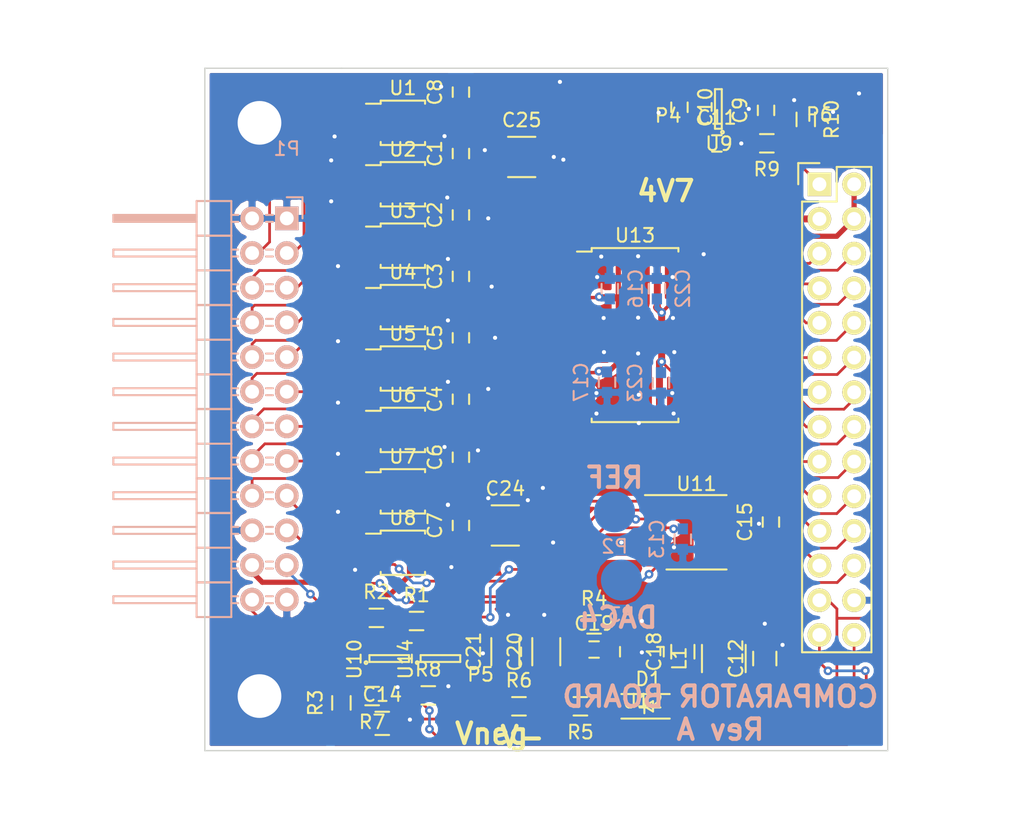
<source format=kicad_pcb>
(kicad_pcb (version 20171130) (host pcbnew "(5.1.12)-1")
  (layers (0 F.Cu signal) (31 B.Cu signal) (34 B.Paste user hide) (35 F.Paste user hide) (36 B.SilkS user hide) (37 F.SilkS user hide) (38 B.Mask user hide) (39 F.Mask user hide) (44 Edge.Cuts user))
  (net 0 "")
  (net 1 +5VA)
  (net 2 GND)
  (net 3 +5V)
  (net 4 "Net-(C10-Pad1)")
  (net 5 +3V3)
  (net 6 Vbias)
  (net 7 "Net-(C18-Pad1)")
  (net 8 "Net-(C18-Pad2)")
  (net 9 "Net-(C19-Pad1)")
  (net 10 "Net-(C19-Pad2)")
  (net 11 Vneg)
  (net 12 "Net-(D1-Pad1)")
  (net 13 Vmid)
  (net 14 /AMP_9)
  (net 15 /AMP_10)
  (net 16 /AMP_6)
  (net 17 /AMP_2)
  (net 18 /AMP_13)
  (net 19 /AMP_5)
  (net 20 /AMP_14)
  (net 21 /AMP_1)
  (net 22 /AMP_8)
  (net 23 /AMP_4)
  (net 24 /AMP_3)
  (net 25 /AMP_7)
  (net 26 /AMP_12)
  (net 27 /AMP_11)
  (net 28 /AMP_16)
  (net 29 /AMP_15)
  (net 30 "Net-(P2-Pad1)")
  (net 31 "Net-(P3-Pad1)")
  (net 32 /OUT_1)
  (net 33 /OUT_2)
  (net 34 /OUT_3)
  (net 35 /OUT_4)
  (net 36 /OUT_5)
  (net 37 /OUT_6)
  (net 38 /OUT_7)
  (net 39 /OUT_8)
  (net 40 /OUT_9)
  (net 41 /OUT_10)
  (net 42 /OUT_11)
  (net 43 /OUT_12)
  (net 44 /OUT_13)
  (net 45 /OUT_14)
  (net 46 /OUT_15)
  (net 47 /OUT_16)
  (net 48 /DAC_Din)
  (net 49 /DAC_SCLK)
  (net 50 /DAC_~SYNC)
  (net 51 REG_EN)
  (net 52 "Net-(R1-Pad1)")
  (net 53 Vbias_SET)
  (net 54 "Net-(R2-Pad1)")
  (net 55 Vset)
  (net 56 /COMP_2)
  (net 57 /COMP_1)
  (net 58 /COMP_4)
  (net 59 /COMP_3)
  (net 60 /COMP_6)
  (net 61 /COMP_5)
  (net 62 /COMP_8)
  (net 63 /COMP_7)
  (net 64 /COMP_10)
  (net 65 /COMP_9)
  (net 66 /COMP_12)
  (net 67 /COMP_11)
  (net 68 /COMP_14)
  (net 69 /COMP_13)
  (net 70 /COMP_16)
  (net 71 /COMP_15)
  (net 72 "Net-(R7-Pad1)")
  (net 73 /Vb_MON)
  (net 74 /TEMPS)
  (net 75 /MON_5VA)
  (net 76 "Net-(U11-Pad5)")
  (module Capacitors_SMD:C_0603 (layer F.Cu) (at 78.75 56.25 90)
    (fp_text reference C1 (at 0 -1.9 90) (layer F.SilkS))
    (fp_text value 1u)
    (pad 1 smd rect (at -0.75 0 90) (size 0.8 0.75) (layers F.Cu F.Paste F.Mask) (net 1 +5VA))
    (pad 2 smd rect (at 0.75 0 90) (size 0.8 0.75) (layers F.Cu F.Paste F.Mask) (net 2 GND))
  )
  (module Capacitors_SMD:C_0603 (layer F.Cu) (at 78.75 60.75 90)
    (fp_text reference C2 (at 0 -1.9 90) (layer F.SilkS))
    (fp_text value 1u)
    (pad 1 smd rect (at -0.75 0 90) (size 0.8 0.75) (layers F.Cu F.Paste F.Mask) (net 1 +5VA))
    (pad 2 smd rect (at 0.75 0 90) (size 0.8 0.75) (layers F.Cu F.Paste F.Mask) (net 2 GND))
  )
  (module Capacitors_SMD:C_0603 (layer F.Cu) (at 78.75 65.25 90)
    (fp_text reference C3 (at 0 -1.9 90) (layer F.SilkS))
    (fp_text value 1u)
    (pad 1 smd rect (at -0.75 0 90) (size 0.8 0.75) (layers F.Cu F.Paste F.Mask) (net 1 +5VA))
    (pad 2 smd rect (at 0.75 0 90) (size 0.8 0.75) (layers F.Cu F.Paste F.Mask) (net 2 GND))
  )
  (module Capacitors_SMD:C_0603 (layer F.Cu) (at 78.75 74.25 90)
    (fp_text reference C4 (at 0 -1.9 90) (layer F.SilkS))
    (fp_text value 1u)
    (pad 1 smd rect (at -0.75 0 90) (size 0.8 0.75) (layers F.Cu F.Paste F.Mask) (net 1 +5VA))
    (pad 2 smd rect (at 0.75 0 90) (size 0.8 0.75) (layers F.Cu F.Paste F.Mask) (net 2 GND))
  )
  (module Capacitors_SMD:C_0603 (layer F.Cu) (at 78.75 69.75 90)
    (fp_text reference C5 (at 0 -1.9 90) (layer F.SilkS))
    (fp_text value 1u)
    (pad 1 smd rect (at -0.75 0 90) (size 0.8 0.75) (layers F.Cu F.Paste F.Mask) (net 1 +5VA))
    (pad 2 smd rect (at 0.75 0 90) (size 0.8 0.75) (layers F.Cu F.Paste F.Mask) (net 2 GND))
  )
  (module Capacitors_SMD:C_0603 (layer F.Cu) (at 78.75 78.5 90)
    (fp_text reference C6 (at 0 -1.9 90) (layer F.SilkS))
    (fp_text value 1u)
    (pad 1 smd rect (at -0.75 0 90) (size 0.8 0.75) (layers F.Cu F.Paste F.Mask) (net 1 +5VA))
    (pad 2 smd rect (at 0.75 0 90) (size 0.8 0.75) (layers F.Cu F.Paste F.Mask) (net 2 GND))
  )
  (module Capacitors_SMD:C_0603 (layer F.Cu) (at 78.75 83.5 90)
    (fp_text reference C7 (at 0 -1.9 90) (layer F.SilkS))
    (fp_text value 1u)
    (pad 1 smd rect (at -0.75 0 90) (size 0.8 0.75) (layers F.Cu F.Paste F.Mask) (net 1 +5VA))
    (pad 2 smd rect (at 0.75 0 90) (size 0.8 0.75) (layers F.Cu F.Paste F.Mask) (net 2 GND))
  )
  (module Capacitors_SMD:C_0603 (layer F.Cu) (at 78.75 51.75 90)
    (fp_text reference C8 (at 0 -1.9 90) (layer F.SilkS))
    (fp_text value 1u)
    (pad 1 smd rect (at -0.75 0 90) (size 0.8 0.75) (layers F.Cu F.Paste F.Mask) (net 1 +5VA))
    (pad 2 smd rect (at 0.75 0 90) (size 0.8 0.75) (layers F.Cu F.Paste F.Mask) (net 2 GND))
  )
  (module Capacitors_SMD:C_0603 (layer F.Cu) (at 101.092 53.086 90)
    (fp_text reference C9 (at 0 -1.9 90) (layer F.SilkS))
    (fp_text value 1u)
    (pad 1 smd rect (at -0.75 0 90) (size 0.8 0.75) (layers F.Cu F.Paste F.Mask) (net 3 +5V))
    (pad 2 smd rect (at 0.75 0 90) (size 0.8 0.75) (layers F.Cu F.Paste F.Mask) (net 2 GND))
  )
  (module Capacitors_SMD:C_0603 (layer F.Cu) (at 94.752 52.859 270)
    (fp_text reference C10 (at 0 -1.9 270) (layer F.SilkS))
    (fp_text value 10n)
    (pad 1 smd rect (at -0.75 0 270) (size 0.8 0.75) (layers F.Cu F.Paste F.Mask) (net 4 "Net-(C10-Pad1)"))
    (pad 2 smd rect (at 0.75 0 270) (size 0.8 0.75) (layers F.Cu F.Paste F.Mask) (net 2 GND))
  )
  (module Capacitors_SMD:C_0603 (layer F.Cu) (at 97.49 55.51)
    (fp_text reference C11 (at 0 -1.9) (layer F.SilkS))
    (fp_text value 1u)
    (pad 1 smd rect (at -0.75 0) (size 0.8 0.75) (layers F.Cu F.Paste F.Mask) (net 1 +5VA))
    (pad 2 smd rect (at 0.75 0) (size 0.8 0.75) (layers F.Cu F.Paste F.Mask) (net 2 GND))
  )
  (module Capacitors_SMD:C_0805 (layer F.Cu) (at 101 93.25 90)
    (fp_text reference C12 (at 0 -2.1 90) (layer F.SilkS))
    (fp_text value 4.7u)
    (pad 1 smd rect (at -1 0 90) (size 1 1.25) (layers F.Cu F.Paste F.Mask) (net 5 +3V3))
    (pad 2 smd rect (at 1 0 90) (size 1 1.25) (layers F.Cu F.Paste F.Mask) (net 2 GND))
  )
  (module Capacitors_SMD:C_0603 (layer B.Cu) (at 95 84.5 270)
    (fp_text reference C13 (at 0 1.9 270) (layer B.SilkS) (effects (justify mirror)))
    (fp_text value 1u)
    (pad 1 smd rect (at -0.75 0 270) (size 0.8 0.75) (layers B.Cu B.Paste B.Mask) (net 1 +5VA))
    (pad 2 smd rect (at 0.75 0 270) (size 0.8 0.75) (layers B.Cu B.Paste B.Mask) (net 2 GND))
  )
  (module Capacitors_SMD:C_0805 (layer F.Cu) (at 72.99 98)
    (fp_text reference C14 (at 0 -2.1) (layer F.SilkS))
    (fp_text value 0.1u)
    (pad 1 smd rect (at -1 0) (size 1 1.25) (layers F.Cu F.Paste F.Mask) (net 6 Vbias))
    (pad 2 smd rect (at 1 0) (size 1 1.25) (layers F.Cu F.Paste F.Mask) (net 2 GND))
  )
  (module Capacitors_SMD:C_0603 (layer F.Cu) (at 101.45 83.25 90)
    (fp_text reference C15 (at 0 -1.9 90) (layer F.SilkS))
    (fp_text value 1u)
    (pad 1 smd rect (at -0.75 0 90) (size 0.8 0.75) (layers F.Cu F.Paste F.Mask) (net 5 +3V3))
    (pad 2 smd rect (at 0.75 0 90) (size 0.8 0.75) (layers F.Cu F.Paste F.Mask) (net 2 GND))
  )
  (module Capacitors_SMD:C_0603 (layer B.Cu) (at 89.65 66.15 90)
    (fp_text reference C16 (at 0 1.9 90) (layer B.SilkS) (effects (justify mirror)))
    (fp_text value 1u)
    (pad 1 smd rect (at -0.75 0 90) (size 0.8 0.75) (layers B.Cu B.Paste B.Mask) (net 3 +5V))
    (pad 2 smd rect (at 0.75 0 90) (size 0.8 0.75) (layers B.Cu B.Paste B.Mask) (net 2 GND))
  )
  (module Capacitors_SMD:C_0603 (layer B.Cu) (at 89.45 73 270)
    (fp_text reference C17 (at 0 1.9 270) (layer B.SilkS) (effects (justify mirror)))
    (fp_text value 1u)
    (pad 1 smd rect (at -0.75 0 270) (size 0.8 0.75) (layers B.Cu B.Paste B.Mask) (net 3 +5V))
    (pad 2 smd rect (at 0.75 0 270) (size 0.8 0.75) (layers B.Cu B.Paste B.Mask) (net 2 GND))
  )
  (module Capacitors_SMD:C_0805 (layer F.Cu) (at 95 92.75 90)
    (fp_text reference C18 (at 0 -2.1 90) (layer F.SilkS))
    (fp_text value 0.1u)
    (pad 1 smd rect (at -1 0 90) (size 1 1.25) (layers F.Cu F.Paste F.Mask) (net 7 "Net-(C18-Pad1)"))
    (pad 2 smd rect (at 1 0 90) (size 1 1.25) (layers F.Cu F.Paste F.Mask) (net 8 "Net-(C18-Pad2)"))
  )
  (module Capacitors_SMD:C_0603 (layer F.Cu) (at 88.5 92.59)
    (fp_text reference C19 (at 0 -1.9) (layer F.SilkS))
    (fp_text value 5p)
    (pad 1 smd rect (at -0.75 0) (size 0.8 0.75) (layers F.Cu F.Paste F.Mask) (net 9 "Net-(C19-Pad1)"))
    (pad 2 smd rect (at 0.75 0) (size 0.8 0.75) (layers F.Cu F.Paste F.Mask) (net 10 "Net-(C19-Pad2)"))
  )
  (module Capacitors_SMD:C_1206 (layer F.Cu) (at 85 92.75 90)
    (fp_text reference C20 (at 0 -2.3 90) (layer F.SilkS))
    (fp_text value 1u)
    (pad 1 smd rect (at -1.5 0 90) (size 1 1.6) (layers F.Cu F.Paste F.Mask) (net 9 "Net-(C19-Pad1)"))
    (pad 2 smd rect (at 1.5 0 90) (size 1 1.6) (layers F.Cu F.Paste F.Mask) (net 2 GND))
  )
  (module Capacitors_SMD:C_1206 (layer F.Cu) (at 82 92.75 90)
    (fp_text reference C21 (at 0 -2.3 90) (layer F.SilkS))
    (fp_text value 1u)
    (pad 1 smd rect (at -1.5 0 90) (size 1 1.6) (layers F.Cu F.Paste F.Mask) (net 11 Vneg))
    (pad 2 smd rect (at 1.5 0 90) (size 1 1.6) (layers F.Cu F.Paste F.Mask) (net 2 GND))
  )
  (module Capacitors_SMD:C_0603 (layer B.Cu) (at 93.1 66.15 90)
    (fp_text reference C22 (at 0 1.9 90) (layer B.SilkS) (effects (justify mirror)))
    (fp_text value 1u)
    (pad 1 smd rect (at -0.75 0 90) (size 0.8 0.75) (layers B.Cu B.Paste B.Mask) (net 5 +3V3))
    (pad 2 smd rect (at 0.75 0 90) (size 0.8 0.75) (layers B.Cu B.Paste B.Mask) (net 2 GND))
  )
  (module Capacitors_SMD:C_0603 (layer B.Cu) (at 93.4 73.05 270)
    (fp_text reference C23 (at 0 1.9 270) (layer B.SilkS) (effects (justify mirror)))
    (fp_text value 1u)
    (pad 1 smd rect (at -0.75 0 270) (size 0.8 0.75) (layers B.Cu B.Paste B.Mask) (net 5 +3V3))
    (pad 2 smd rect (at 0.75 0 270) (size 0.8 0.75) (layers B.Cu B.Paste B.Mask) (net 2 GND))
  )
  (module Diodes_SMD:SOD-123 (layer F.Cu) (at 92.5 96.75)
    (fp_text reference D1 (at 0 -2) (layer F.SilkS))
    (fp_text value MBR0540)
    (pad 1 smd rect (at -1.635 0) (size 0.91 1.22) (layers F.Cu F.Paste F.Mask) (net 12 "Net-(D1-Pad1)"))
    (pad 2 smd rect (at 1.635 0) (size 0.91 1.22) (layers F.Cu F.Paste F.Mask) (net 7 "Net-(C18-Pad1)"))
  )
  (module Inductors_NEOSID:Neosid_Inductor_SM-NE45_SMD1812 (layer F.Cu) (at 98 93.25 90)
    (fp_text reference L1 (at 0 -3.2512 90) (layer F.SilkS))
    (fp_text value 10u)
    (pad 1 smd rect (at -2.25044 0 90) (size 1.50114 2.79908) (layers F.Cu F.Paste F.Mask) (net 5 +3V3))
    (pad 2 smd rect (at 2.25044 0 90) (size 1.50114 2.79908) (layers F.Cu F.Paste F.Mask) (net 8 "Net-(C18-Pad2)"))
  )
  (module Resistors_SMD:R_0603 (layer F.Cu) (at 75.5 90.5)
    (fp_text reference R1 (at 0 -1.9) (layer F.SilkS))
    (fp_text value 1k)
    (pad 1 smd rect (at -0.75 0) (size 0.5 0.9) (layers F.Cu F.Paste F.Mask) (net 52 "Net-(R1-Pad1)"))
    (pad 2 smd rect (at 0.75 0) (size 0.5 0.9) (layers F.Cu F.Paste F.Mask) (net 53 Vbias_SET))
  )
  (module Resistors_SMD:R_0603 (layer F.Cu) (at 72.56 90.27)
    (fp_text reference R2 (at 0 -1.9) (layer F.SilkS))
    (fp_text value 15k)
    (pad 1 smd rect (at -0.75 0) (size 0.5 0.9) (layers F.Cu F.Paste F.Mask) (net 54 "Net-(R2-Pad1)"))
    (pad 2 smd rect (at 0.75 0) (size 0.5 0.9) (layers F.Cu F.Paste F.Mask) (net 52 "Net-(R1-Pad1)"))
  )
  (module Resistors_SMD:R_0603 (layer F.Cu) (at 70 96.5 90)
    (fp_text reference R3 (at 0 -1.9 90) (layer F.SilkS))
    (fp_text value 1k)
    (pad 1 smd rect (at -0.75 0 90) (size 0.5 0.9) (layers F.Cu F.Paste F.Mask) (net 6 Vbias))
    (pad 2 smd rect (at 0.75 0 90) (size 0.5 0.9) (layers F.Cu F.Paste F.Mask) (net 54 "Net-(R2-Pad1)"))
  )
  (module Resistors_SMD:R_0603 (layer F.Cu) (at 88.5 90.75)
    (fp_text reference R4 (at 0 -1.9) (layer F.SilkS))
    (fp_text value 3.4M)
    (pad 1 smd rect (at -0.75 0) (size 0.5 0.9) (layers F.Cu F.Paste F.Mask) (net 9 "Net-(C19-Pad1)"))
    (pad 2 smd rect (at 0.75 0) (size 0.5 0.9) (layers F.Cu F.Paste F.Mask) (net 10 "Net-(C19-Pad2)"))
  )
  (module Resistors_SMD:R_0603 (layer F.Cu) (at 87.5 96.75 180)
    (fp_text reference R5 (at 0 -1.9 180) (layer F.SilkS))
    (fp_text value 39)
    (pad 1 smd rect (at -0.75 0 180) (size 0.5 0.9) (layers F.Cu F.Paste F.Mask) (net 12 "Net-(D1-Pad1)"))
    (pad 2 smd rect (at 0.75 0 180) (size 0.5 0.9) (layers F.Cu F.Paste F.Mask) (net 9 "Net-(C19-Pad1)"))
  )
  (module Resistors_SMD:R_0603 (layer F.Cu) (at 83 96.75)
    (fp_text reference R6 (at 0 -1.9) (layer F.SilkS))
    (fp_text value 100)
    (pad 1 smd rect (at -0.75 0) (size 0.5 0.9) (layers F.Cu F.Paste F.Mask) (net 11 Vneg))
    (pad 2 smd rect (at 0.75 0) (size 0.5 0.9) (layers F.Cu F.Paste F.Mask) (net 9 "Net-(C19-Pad1)"))
  )
  (module SSOP_Packages:TSSOP-8_3x3mm_Pitch0.65mm (layer F.Cu) (at 74.5 54)
    (fp_text reference U1 (at 0 -2.55) (layer F.SilkS))
    (fp_text value MAX9012)
    (pad 1 smd rect (at -2.15 -0.975) (size 1.1 0.4) (layers F.Cu F.Paste F.Mask) (net 28 /AMP_16))
    (pad 2 smd rect (at -2.15 -0.325) (size 1.1 0.4) (layers F.Cu F.Paste F.Mask) (net 55 Vset))
    (pad 3 smd rect (at -2.15 0.325) (size 1.1 0.4) (layers F.Cu F.Paste F.Mask) (net 29 /AMP_15))
    (pad 4 smd rect (at -2.15 0.975) (size 1.1 0.4) (layers F.Cu F.Paste F.Mask) (net 55 Vset))
    (pad 5 smd rect (at 2.15 0.975) (size 1.1 0.4) (layers F.Cu F.Paste F.Mask) (net 2 GND))
    (pad 6 smd rect (at 2.15 0.325) (size 1.1 0.4) (layers F.Cu F.Paste F.Mask) (net 71 /COMP_15))
    (pad 7 smd rect (at 2.15 -0.325) (size 1.1 0.4) (layers F.Cu F.Paste F.Mask) (net 70 /COMP_16))
    (pad 8 smd rect (at 2.15 -0.975) (size 1.1 0.4) (layers F.Cu F.Paste F.Mask) (net 1 +5VA))
  )
  (module SSOP_Packages:TSSOP-8_3x3mm_Pitch0.65mm (layer F.Cu) (at 74.5 58.5)
    (fp_text reference U2 (at 0 -2.55) (layer F.SilkS))
    (fp_text value MAX9012)
    (pad 1 smd rect (at -2.15 -0.975) (size 1.1 0.4) (layers F.Cu F.Paste F.Mask) (net 26 /AMP_12))
    (pad 2 smd rect (at -2.15 -0.325) (size 1.1 0.4) (layers F.Cu F.Paste F.Mask) (net 55 Vset))
    (pad 3 smd rect (at -2.15 0.325) (size 1.1 0.4) (layers F.Cu F.Paste F.Mask) (net 27 /AMP_11))
    (pad 4 smd rect (at -2.15 0.975) (size 1.1 0.4) (layers F.Cu F.Paste F.Mask) (net 55 Vset))
    (pad 5 smd rect (at 2.15 0.975) (size 1.1 0.4) (layers F.Cu F.Paste F.Mask) (net 2 GND))
    (pad 6 smd rect (at 2.15 0.325) (size 1.1 0.4) (layers F.Cu F.Paste F.Mask) (net 67 /COMP_11))
    (pad 7 smd rect (at 2.15 -0.325) (size 1.1 0.4) (layers F.Cu F.Paste F.Mask) (net 66 /COMP_12))
    (pad 8 smd rect (at 2.15 -0.975) (size 1.1 0.4) (layers F.Cu F.Paste F.Mask) (net 1 +5VA))
  )
  (module SSOP_Packages:TSSOP-8_3x3mm_Pitch0.65mm (layer F.Cu) (at 74.5 63)
    (fp_text reference U3 (at 0 -2.55) (layer F.SilkS))
    (fp_text value MAX9012)
    (pad 1 smd rect (at -2.15 -0.975) (size 1.1 0.4) (layers F.Cu F.Paste F.Mask) (net 24 /AMP_3))
    (pad 2 smd rect (at -2.15 -0.325) (size 1.1 0.4) (layers F.Cu F.Paste F.Mask) (net 55 Vset))
    (pad 3 smd rect (at -2.15 0.325) (size 1.1 0.4) (layers F.Cu F.Paste F.Mask) (net 25 /AMP_7))
    (pad 4 smd rect (at -2.15 0.975) (size 1.1 0.4) (layers F.Cu F.Paste F.Mask) (net 55 Vset))
    (pad 5 smd rect (at 2.15 0.975) (size 1.1 0.4) (layers F.Cu F.Paste F.Mask) (net 2 GND))
    (pad 6 smd rect (at 2.15 0.325) (size 1.1 0.4) (layers F.Cu F.Paste F.Mask) (net 63 /COMP_7))
    (pad 7 smd rect (at 2.15 -0.325) (size 1.1 0.4) (layers F.Cu F.Paste F.Mask) (net 59 /COMP_3))
    (pad 8 smd rect (at 2.15 -0.975) (size 1.1 0.4) (layers F.Cu F.Paste F.Mask) (net 1 +5VA))
  )
  (module SSOP_Packages:TSSOP-8_3x3mm_Pitch0.65mm (layer F.Cu) (at 74.5 67.5)
    (fp_text reference U4 (at 0 -2.55) (layer F.SilkS))
    (fp_text value MAX9012)
    (pad 1 smd rect (at -2.15 -0.975) (size 1.1 0.4) (layers F.Cu F.Paste F.Mask) (net 22 /AMP_8))
    (pad 2 smd rect (at -2.15 -0.325) (size 1.1 0.4) (layers F.Cu F.Paste F.Mask) (net 55 Vset))
    (pad 3 smd rect (at -2.15 0.325) (size 1.1 0.4) (layers F.Cu F.Paste F.Mask) (net 23 /AMP_4))
    (pad 4 smd rect (at -2.15 0.975) (size 1.1 0.4) (layers F.Cu F.Paste F.Mask) (net 55 Vset))
    (pad 5 smd rect (at 2.15 0.975) (size 1.1 0.4) (layers F.Cu F.Paste F.Mask) (net 2 GND))
    (pad 6 smd rect (at 2.15 0.325) (size 1.1 0.4) (layers F.Cu F.Paste F.Mask) (net 58 /COMP_4))
    (pad 7 smd rect (at 2.15 -0.325) (size 1.1 0.4) (layers F.Cu F.Paste F.Mask) (net 62 /COMP_8))
    (pad 8 smd rect (at 2.15 -0.975) (size 1.1 0.4) (layers F.Cu F.Paste F.Mask) (net 1 +5VA))
  )
  (module SSOP_Packages:TSSOP-8_3x3mm_Pitch0.65mm (layer F.Cu) (at 74.5 72)
    (fp_text reference U5 (at 0 -2.55) (layer F.SilkS))
    (fp_text value MAX9012)
    (pad 1 smd rect (at -2.15 -0.975) (size 1.1 0.4) (layers F.Cu F.Paste F.Mask) (net 20 /AMP_14))
    (pad 2 smd rect (at -2.15 -0.325) (size 1.1 0.4) (layers F.Cu F.Paste F.Mask) (net 55 Vset))
    (pad 3 smd rect (at -2.15 0.325) (size 1.1 0.4) (layers F.Cu F.Paste F.Mask) (net 21 /AMP_1))
    (pad 4 smd rect (at -2.15 0.975) (size 1.1 0.4) (layers F.Cu F.Paste F.Mask) (net 55 Vset))
    (pad 5 smd rect (at 2.15 0.975) (size 1.1 0.4) (layers F.Cu F.Paste F.Mask) (net 2 GND))
    (pad 6 smd rect (at 2.15 0.325) (size 1.1 0.4) (layers F.Cu F.Paste F.Mask) (net 57 /COMP_1))
    (pad 7 smd rect (at 2.15 -0.325) (size 1.1 0.4) (layers F.Cu F.Paste F.Mask) (net 68 /COMP_14))
    (pad 8 smd rect (at 2.15 -0.975) (size 1.1 0.4) (layers F.Cu F.Paste F.Mask) (net 1 +5VA))
  )
  (module SSOP_Packages:TSSOP-8_3x3mm_Pitch0.65mm (layer F.Cu) (at 74.5 76.5)
    (fp_text reference U6 (at 0 -2.55) (layer F.SilkS))
    (fp_text value MAX9012)
    (pad 1 smd rect (at -2.15 -0.975) (size 1.1 0.4) (layers F.Cu F.Paste F.Mask) (net 18 /AMP_13))
    (pad 2 smd rect (at -2.15 -0.325) (size 1.1 0.4) (layers F.Cu F.Paste F.Mask) (net 55 Vset))
    (pad 3 smd rect (at -2.15 0.325) (size 1.1 0.4) (layers F.Cu F.Paste F.Mask) (net 19 /AMP_5))
    (pad 4 smd rect (at -2.15 0.975) (size 1.1 0.4) (layers F.Cu F.Paste F.Mask) (net 55 Vset))
    (pad 5 smd rect (at 2.15 0.975) (size 1.1 0.4) (layers F.Cu F.Paste F.Mask) (net 2 GND))
    (pad 6 smd rect (at 2.15 0.325) (size 1.1 0.4) (layers F.Cu F.Paste F.Mask) (net 61 /COMP_5))
    (pad 7 smd rect (at 2.15 -0.325) (size 1.1 0.4) (layers F.Cu F.Paste F.Mask) (net 69 /COMP_13))
    (pad 8 smd rect (at 2.15 -0.975) (size 1.1 0.4) (layers F.Cu F.Paste F.Mask) (net 1 +5VA))
  )
  (module SSOP_Packages:TSSOP-8_3x3mm_Pitch0.65mm (layer F.Cu) (at 74.5 81)
    (fp_text reference U7 (at 0 -2.55) (layer F.SilkS))
    (fp_text value MAX9012)
    (pad 1 smd rect (at -2.15 -0.975) (size 1.1 0.4) (layers F.Cu F.Paste F.Mask) (net 16 /AMP_6))
    (pad 2 smd rect (at -2.15 -0.325) (size 1.1 0.4) (layers F.Cu F.Paste F.Mask) (net 55 Vset))
    (pad 3 smd rect (at -2.15 0.325) (size 1.1 0.4) (layers F.Cu F.Paste F.Mask) (net 17 /AMP_2))
    (pad 4 smd rect (at -2.15 0.975) (size 1.1 0.4) (layers F.Cu F.Paste F.Mask) (net 55 Vset))
    (pad 5 smd rect (at 2.15 0.975) (size 1.1 0.4) (layers F.Cu F.Paste F.Mask) (net 2 GND))
    (pad 6 smd rect (at 2.15 0.325) (size 1.1 0.4) (layers F.Cu F.Paste F.Mask) (net 56 /COMP_2))
    (pad 7 smd rect (at 2.15 -0.325) (size 1.1 0.4) (layers F.Cu F.Paste F.Mask) (net 60 /COMP_6))
    (pad 8 smd rect (at 2.15 -0.975) (size 1.1 0.4) (layers F.Cu F.Paste F.Mask) (net 1 +5VA))
  )
  (module SSOP_Packages:TSSOP-8_3x3mm_Pitch0.65mm (layer F.Cu) (at 74.5 85.5)
    (fp_text reference U8 (at 0 -2.55) (layer F.SilkS))
    (fp_text value MAX9012)
    (pad 1 smd rect (at -2.15 -0.975) (size 1.1 0.4) (layers F.Cu F.Paste F.Mask) (net 14 /AMP_9))
    (pad 2 smd rect (at -2.15 -0.325) (size 1.1 0.4) (layers F.Cu F.Paste F.Mask) (net 55 Vset))
    (pad 3 smd rect (at -2.15 0.325) (size 1.1 0.4) (layers F.Cu F.Paste F.Mask) (net 15 /AMP_10))
    (pad 4 smd rect (at -2.15 0.975) (size 1.1 0.4) (layers F.Cu F.Paste F.Mask) (net 55 Vset))
    (pad 5 smd rect (at 2.15 0.975) (size 1.1 0.4) (layers F.Cu F.Paste F.Mask) (net 2 GND))
    (pad 6 smd rect (at 2.15 0.325) (size 1.1 0.4) (layers F.Cu F.Paste F.Mask) (net 64 /COMP_10))
    (pad 7 smd rect (at 2.15 -0.325) (size 1.1 0.4) (layers F.Cu F.Paste F.Mask) (net 65 /COMP_9))
    (pad 8 smd rect (at 2.15 -0.975) (size 1.1 0.4) (layers F.Cu F.Paste F.Mask) (net 1 +5VA))
  )
  (module Housings_SOT-23_SOT-143_TSOT-6:SOT-23-5 (layer F.Cu) (at 97.602 52.984 180)
    (fp_text reference U9 (at -0.05 -2.55 180) (layer F.SilkS))
    (fp_text value LD3985M47R)
    (pad 1 smd rect (at -1.1 -0.95 180) (size 1.06 0.65) (layers F.Cu F.Paste F.Mask) (net 3 +5V))
    (pad 2 smd rect (at -1.1 0 180) (size 1.06 0.65) (layers F.Cu F.Paste F.Mask) (net 2 GND))
    (pad 3 smd rect (at -1.1 0.95 180) (size 1.06 0.65) (layers F.Cu F.Paste F.Mask) (net 51 REG_EN))
    (pad 4 smd rect (at 1.1 0.95 180) (size 1.06 0.65) (layers F.Cu F.Paste F.Mask) (net 4 "Net-(C10-Pad1)"))
    (pad 5 smd rect (at 1.1 -0.95 180) (size 1.06 0.65) (layers F.Cu F.Paste F.Mask) (net 1 +5VA))
  )
  (module Housings_SOT-23_SOT-143_TSOT-6:SOT-23-5 (layer F.Cu) (at 73.5 93.25 90)
    (fp_text reference U10 (at -0.05 -2.55 90) (layer F.SilkS))
    (fp_text value LT6015)
    (pad 1 smd rect (at -1.1 -0.95 90) (size 1.06 0.65) (layers F.Cu F.Paste F.Mask) (net 54 "Net-(R2-Pad1)"))
    (pad 2 smd rect (at -1.1 0 90) (size 1.06 0.65) (layers F.Cu F.Paste F.Mask) (net 11 Vneg))
    (pad 3 smd rect (at -1.1 0.95 90) (size 1.06 0.65) (layers F.Cu F.Paste F.Mask) (net 2 GND))
    (pad 4 smd rect (at 1.1 0.95 90) (size 1.06 0.65) (layers F.Cu F.Paste F.Mask) (net 52 "Net-(R1-Pad1)"))
    (pad 5 smd rect (at 1.1 -0.95 90) (size 1.06 0.65) (layers F.Cu F.Paste F.Mask) (net 1 +5VA))
  )
  (module SSOP_Packages:TSSOP-16_4.4x5mm_Pitch0.65mm (layer F.Cu) (at 96 84)
    (fp_text reference U11 (at 0 -3.55) (layer F.SilkS))
    (fp_text value DAC7564)
    (pad 1 smd rect (at -2.95 -2.275) (size 1.5 0.45) (layers F.Cu F.Paste F.Mask) (net 53 Vbias_SET))
    (pad 2 smd rect (at -2.95 -1.625) (size 1.5 0.45) (layers F.Cu F.Paste F.Mask) (net 55 Vset))
    (pad 3 smd rect (at -2.95 -0.975) (size 1.5 0.45) (layers F.Cu F.Paste F.Mask) (net 30 "Net-(P2-Pad1)"))
    (pad 4 smd rect (at -2.95 -0.325) (size 1.5 0.45) (layers F.Cu F.Paste F.Mask) (net 1 +5VA))
    (pad 5 smd rect (at -2.95 0.325) (size 1.5 0.45) (layers F.Cu F.Paste F.Mask) (net 76 "Net-(U11-Pad5)"))
    (pad 6 smd rect (at -2.95 0.975) (size 1.5 0.45) (layers F.Cu F.Paste F.Mask) (net 2 GND))
    (pad 7 smd rect (at -2.95 1.625) (size 1.5 0.45) (layers F.Cu F.Paste F.Mask) (net 13 Vmid))
    (pad 8 smd rect (at -2.95 2.275) (size 1.5 0.45) (layers F.Cu F.Paste F.Mask) (net 31 "Net-(P3-Pad1)"))
    (pad 9 smd rect (at 2.95 2.275) (size 1.5 0.45) (layers F.Cu F.Paste F.Mask) (net 50 /DAC_~SYNC))
    (pad 10 smd rect (at 2.95 1.625) (size 1.5 0.45) (layers F.Cu F.Paste F.Mask) (net 49 /DAC_SCLK))
    (pad 11 smd rect (at 2.95 0.975) (size 1.5 0.45) (layers F.Cu F.Paste F.Mask) (net 48 /DAC_Din))
    (pad 12 smd rect (at 2.95 0.325) (size 1.5 0.45) (layers F.Cu F.Paste F.Mask) (net 5 +3V3))
    (pad 13 smd rect (at 2.95 -0.325) (size 1.5 0.45) (layers F.Cu F.Paste F.Mask) (net 2 GND))
    (pad 14 smd rect (at 2.95 -0.975) (size 1.5 0.45) (layers F.Cu F.Paste F.Mask) (net 2 GND))
    (pad 15 smd rect (at 2.95 -1.625) (size 1.5 0.45) (layers F.Cu F.Paste F.Mask) (net 2 GND))
    (pad 16 smd rect (at 2.95 -2.275) (size 1.5 0.45) (layers F.Cu F.Paste F.Mask) (net 2 GND))
  )
  (module Housings_SOT-23_SOT-143_TSOT-6:TSOT-6-MK06A (layer F.Cu) (at 92 92.75 180)
    (fp_text reference U12 (at -0.07112 -3.62966 180) (layer F.SilkS))
    (fp_text value LT3483)
    (pad 1 smd rect (at -0.94996 1.30048 180) (size 0.69088 1.00076) (layers F.Cu F.Paste F.Mask) (net 8 "Net-(C18-Pad2)"))
    (pad 2 smd rect (at 0 1.30048 180) (size 0.69088 1.00076) (layers F.Cu F.Paste F.Mask) (net 2 GND))
    (pad 3 smd rect (at 0.94996 1.30048 180) (size 0.69088 1.00076) (layers F.Cu F.Paste F.Mask) (net 10 "Net-(C19-Pad2)"))
    (pad 4 smd rect (at 0.94996 -1.30048 180) (size 0.69088 1.00076) (layers F.Cu F.Paste F.Mask) (net 51 REG_EN))
    (pad 5 smd rect (at 0 -1.30048 180) (size 0.69088 1.00076) (layers F.Cu F.Paste F.Mask) (net 7 "Net-(C18-Pad1)"))
    (pad 6 smd rect (at -0.94996 -1.30048 180) (size 0.69088 1.00076) (layers F.Cu F.Paste F.Mask) (net 5 +3V3))
  )
  (module SSOP_Packages:TSSOP-48_6.1x12.5mm_Pitch0.5mm (layer F.Cu) (at 91.5 69.55)
    (fp_text reference U13 (at 0 -7.3) (layer F.SilkS))
    (fp_text value SN74LVCH16T245)
    (pad 1 smd rect (at -3.75 -5.75) (size 1 0.285) (layers F.Cu F.Paste F.Mask) (net 2 GND))
    (pad 2 smd rect (at -3.75 -5.25) (size 1 0.285) (layers F.Cu F.Paste F.Mask) (net 70 /COMP_16))
    (pad 3 smd rect (at -3.75 -4.75) (size 1 0.285) (layers F.Cu F.Paste F.Mask) (net 71 /COMP_15))
    (pad 4 smd rect (at -3.75 -4.25) (size 1 0.285) (layers F.Cu F.Paste F.Mask) (net 2 GND))
    (pad 5 smd rect (at -3.75 -3.75) (size 1 0.285) (layers F.Cu F.Paste F.Mask) (net 66 /COMP_12))
    (pad 6 smd rect (at -3.75 -3.25) (size 1 0.285) (layers F.Cu F.Paste F.Mask) (net 67 /COMP_11))
    (pad 7 smd rect (at -3.75 -2.75) (size 1 0.285) (layers F.Cu F.Paste F.Mask) (net 3 +5V))
    (pad 8 smd rect (at -3.75 -2.25) (size 1 0.285) (layers F.Cu F.Paste F.Mask) (net 59 /COMP_3))
    (pad 9 smd rect (at -3.75 -1.75) (size 1 0.285) (layers F.Cu F.Paste F.Mask) (net 63 /COMP_7))
    (pad 10 smd rect (at -3.75 -1.25) (size 1 0.285) (layers F.Cu F.Paste F.Mask) (net 2 GND))
    (pad 11 smd rect (at -3.75 -0.75) (size 1 0.285) (layers F.Cu F.Paste F.Mask) (net 62 /COMP_8))
    (pad 12 smd rect (at -3.75 -0.25) (size 1 0.285) (layers F.Cu F.Paste F.Mask) (net 58 /COMP_4))
    (pad 13 smd rect (at -3.75 0.25) (size 1 0.285) (layers F.Cu F.Paste F.Mask) (net 68 /COMP_14))
    (pad 14 smd rect (at -3.75 0.75) (size 1 0.285) (layers F.Cu F.Paste F.Mask) (net 57 /COMP_1))
    (pad 15 smd rect (at -3.75 1.25) (size 1 0.285) (layers F.Cu F.Paste F.Mask) (net 2 GND))
    (pad 16 smd rect (at -3.75 1.75) (size 1 0.285) (layers F.Cu F.Paste F.Mask) (net 69 /COMP_13))
    (pad 17 smd rect (at -3.75 2.25) (size 1 0.285) (layers F.Cu F.Paste F.Mask) (net 61 /COMP_5))
    (pad 18 smd rect (at -3.75 2.75) (size 1 0.285) (layers F.Cu F.Paste F.Mask) (net 3 +5V))
    (pad 19 smd rect (at -3.75 3.25) (size 1 0.285) (layers F.Cu F.Paste F.Mask) (net 60 /COMP_6))
    (pad 20 smd rect (at -3.75 3.75) (size 1 0.285) (layers F.Cu F.Paste F.Mask) (net 56 /COMP_2))
    (pad 21 smd rect (at -3.75 4.25) (size 1 0.285) (layers F.Cu F.Paste F.Mask) (net 2 GND))
    (pad 22 smd rect (at -3.75 4.75) (size 1 0.285) (layers F.Cu F.Paste F.Mask) (net 65 /COMP_9))
    (pad 23 smd rect (at -3.75 5.25) (size 1 0.285) (layers F.Cu F.Paste F.Mask) (net 64 /COMP_10))
    (pad 24 smd rect (at -3.75 5.75) (size 1 0.285) (layers F.Cu F.Paste F.Mask) (net 2 GND))
    (pad 25 smd rect (at 3.75 5.75) (size 1 0.285) (layers F.Cu F.Paste F.Mask) (net 2 GND))
    (pad 26 smd rect (at 3.75 5.25) (size 1 0.285) (layers F.Cu F.Paste F.Mask) (net 41 /OUT_10))
    (pad 27 smd rect (at 3.75 4.75) (size 1 0.285) (layers F.Cu F.Paste F.Mask) (net 40 /OUT_9))
    (pad 28 smd rect (at 3.75 4.25) (size 1 0.285) (layers F.Cu F.Paste F.Mask) (net 2 GND))
    (pad 29 smd rect (at 3.75 3.75) (size 1 0.285) (layers F.Cu F.Paste F.Mask) (net 33 /OUT_2))
    (pad 30 smd rect (at 3.75 3.25) (size 1 0.285) (layers F.Cu F.Paste F.Mask) (net 37 /OUT_6))
    (pad 31 smd rect (at 3.75 2.75) (size 1 0.285) (layers F.Cu F.Paste F.Mask) (net 5 +3V3))
    (pad 32 smd rect (at 3.75 2.25) (size 1 0.285) (layers F.Cu F.Paste F.Mask) (net 36 /OUT_5))
    (pad 33 smd rect (at 3.75 1.75) (size 1 0.285) (layers F.Cu F.Paste F.Mask) (net 44 /OUT_13))
    (pad 34 smd rect (at 3.75 1.25) (size 1 0.285) (layers F.Cu F.Paste F.Mask) (net 2 GND))
    (pad 35 smd rect (at 3.75 0.75) (size 1 0.285) (layers F.Cu F.Paste F.Mask) (net 32 /OUT_1))
    (pad 36 smd rect (at 3.75 0.25) (size 1 0.285) (layers F.Cu F.Paste F.Mask) (net 45 /OUT_14))
    (pad 37 smd rect (at 3.75 -0.25) (size 1 0.285) (layers F.Cu F.Paste F.Mask) (net 35 /OUT_4))
    (pad 38 smd rect (at 3.75 -0.75) (size 1 0.285) (layers F.Cu F.Paste F.Mask) (net 39 /OUT_8))
    (pad 39 smd rect (at 3.75 -1.25) (size 1 0.285) (layers F.Cu F.Paste F.Mask) (net 2 GND))
    (pad 40 smd rect (at 3.75 -1.75) (size 1 0.285) (layers F.Cu F.Paste F.Mask) (net 38 /OUT_7))
    (pad 41 smd rect (at 3.75 -2.25) (size 1 0.285) (layers F.Cu F.Paste F.Mask) (net 34 /OUT_3))
    (pad 42 smd rect (at 3.75 -2.75) (size 1 0.285) (layers F.Cu F.Paste F.Mask) (net 5 +3V3))
    (pad 43 smd rect (at 3.75 -3.25) (size 1 0.285) (layers F.Cu F.Paste F.Mask) (net 42 /OUT_11))
    (pad 44 smd rect (at 3.75 -3.75) (size 1 0.285) (layers F.Cu F.Paste F.Mask) (net 43 /OUT_12))
    (pad 45 smd rect (at 3.75 -4.25) (size 1 0.285) (layers F.Cu F.Paste F.Mask) (net 2 GND))
    (pad 46 smd rect (at 3.75 -4.75) (size 1 0.285) (layers F.Cu F.Paste F.Mask) (net 46 /OUT_15))
    (pad 47 smd rect (at 3.75 -5.25) (size 1 0.285) (layers F.Cu F.Paste F.Mask) (net 47 /OUT_16))
    (pad 48 smd rect (at 3.75 -5.75) (size 1 0.285) (layers F.Cu F.Paste F.Mask) (net 2 GND))
  )
  (module Measurement_Points:Measurement_Point_Round-SMD-Pad_Big (layer B.Cu) (at 90 82.5)
    (fp_text reference P2 (at 0 2.54) (layer B.SilkS) (effects (justify mirror)))
    (fp_text value REFO)
    (pad 1 smd circle (at 0 0) (size 2.99974 2.99974) (layers B.Cu B.Paste B.Mask) (net 30 "Net-(P2-Pad1)"))
  )
  (module Measurement_Points:Measurement_Point_Round-SMD-Pad_Big (layer B.Cu) (at 90.5 87.5)
    (fp_text reference P3 (at 0 2.54) (layer B.SilkS) (effects (justify mirror)))
    (fp_text value AUXDAC)
    (pad 1 smd circle (at 0 0) (size 2.99974 2.99974) (layers B.Cu B.Paste B.Mask) (net 31 "Net-(P3-Pad1)"))
  )
  (module Measurement_Points:Measurement_Point_Round-SMD-Pad_Big (layer F.Cu) (at 93.927 56.009)
    (fp_text reference P4 (at 0 -2.54) (layer F.SilkS))
    (fp_text value 5VA)
    (pad 1 smd circle (at 0 0) (size 2.99974 2.99974) (layers F.Cu F.Paste F.Mask) (net 1 +5VA))
  )
  (module Measurement_Points:Measurement_Point_Round-SMD-Pad_Big (layer F.Cu) (at 80.19 96.96)
    (fp_text reference P5 (at 0 -2.54) (layer F.SilkS))
    (fp_text value Vneg)
    (pad 1 smd circle (at 0 0) (size 2.99974 2.99974) (layers F.Cu F.Paste F.Mask) (net 11 Vneg))
  )
  (module Resistors_SMD:R_0603 (layer F.Cu) (at 72.25 96 180)
    (fp_text reference R7 (at 0 -1.9 180) (layer F.SilkS))
    (fp_text value 100k)
    (pad 1 smd rect (at -0.75 0 180) (size 0.5 0.9) (layers F.Cu F.Paste F.Mask) (net 72 "Net-(R7-Pad1)"))
    (pad 2 smd rect (at 0.75 0 180) (size 0.5 0.9) (layers F.Cu F.Paste F.Mask) (net 6 Vbias))
  )
  (module Resistors_SMD:R_0603 (layer F.Cu) (at 76.36 95.95)
    (fp_text reference R8 (at 0 -1.9) (layer F.SilkS))
    (fp_text value 15k)
    (pad 1 smd rect (at -0.75 0) (size 0.5 0.9) (layers F.Cu F.Paste F.Mask) (net 73 /Vb_MON))
    (pad 2 smd rect (at 0.75 0) (size 0.5 0.9) (layers F.Cu F.Paste F.Mask) (net 72 "Net-(R7-Pad1)"))
  )
  (module Housings_SOT-23_SOT-143_TSOT-6:SOT-23-5 (layer F.Cu) (at 77.25 93.25 90)
    (fp_text reference U14 (at -0.05 -2.55 90) (layer F.SilkS))
    (fp_text value LT6003)
    (pad 1 smd rect (at -1.1 -0.95 90) (size 1.06 0.65) (layers F.Cu F.Paste F.Mask) (net 73 /Vb_MON))
    (pad 2 smd rect (at -1.1 0 90) (size 1.06 0.65) (layers F.Cu F.Paste F.Mask) (net 2 GND))
    (pad 3 smd rect (at -1.1 0.95 90) (size 1.06 0.65) (layers F.Cu F.Paste F.Mask) (net 2 GND))
    (pad 4 smd rect (at 1.1 0.95 90) (size 1.06 0.65) (layers F.Cu F.Paste F.Mask) (net 72 "Net-(R7-Pad1)"))
    (pad 5 smd rect (at 1.1 -0.95 90) (size 1.06 0.65) (layers F.Cu F.Paste F.Mask) (net 1 +5VA))
  )
  (module Pin_Headers:Pin_Header_Angled_2x12 (layer B.Cu) (at 66 61 180)
    (fp_text reference P1 (at 0 5.1 180) (layer B.SilkS) (effects (justify mirror)))
    (fp_text value CONN_02X12)
    (pad 1 thru_hole rect (at 0 0 180) (size 1.7272 1.7272) (drill 1.016) (layers *.Cu *.Mask B.SilkS) (net 2 GND))
    (pad 2 thru_hole oval (at 2.54 0 180) (size 1.7272 1.7272) (drill 1.016) (layers *.Cu *.Mask B.SilkS) (net 2 GND))
    (pad 3 thru_hole oval (at 0 -2.54 180) (size 1.7272 1.7272) (drill 1.016) (layers *.Cu *.Mask B.SilkS) (net 29 /AMP_15))
    (pad 4 thru_hole oval (at 2.54 -2.54 180) (size 1.7272 1.7272) (drill 1.016) (layers *.Cu *.Mask B.SilkS) (net 28 /AMP_16))
    (pad 5 thru_hole oval (at 0 -5.08 180) (size 1.7272 1.7272) (drill 1.016) (layers *.Cu *.Mask B.SilkS) (net 27 /AMP_11))
    (pad 6 thru_hole oval (at 2.54 -5.08 180) (size 1.7272 1.7272) (drill 1.016) (layers *.Cu *.Mask B.SilkS) (net 26 /AMP_12))
    (pad 7 thru_hole oval (at 0 -7.62 180) (size 1.7272 1.7272) (drill 1.016) (layers *.Cu *.Mask B.SilkS) (net 25 /AMP_7))
    (pad 8 thru_hole oval (at 2.54 -7.62 180) (size 1.7272 1.7272) (drill 1.016) (layers *.Cu *.Mask B.SilkS) (net 24 /AMP_3))
    (pad 9 thru_hole oval (at 0 -10.16 180) (size 1.7272 1.7272) (drill 1.016) (layers *.Cu *.Mask B.SilkS) (net 23 /AMP_4))
    (pad 10 thru_hole oval (at 2.54 -10.16 180) (size 1.7272 1.7272) (drill 1.016) (layers *.Cu *.Mask B.SilkS) (net 22 /AMP_8))
    (pad 11 thru_hole oval (at 0 -12.7 180) (size 1.7272 1.7272) (drill 1.016) (layers *.Cu *.Mask B.SilkS) (net 21 /AMP_1))
    (pad 12 thru_hole oval (at 2.54 -12.7 180) (size 1.7272 1.7272) (drill 1.016) (layers *.Cu *.Mask B.SilkS) (net 20 /AMP_14))
    (pad 13 thru_hole oval (at 0 -15.24 180) (size 1.7272 1.7272) (drill 1.016) (layers *.Cu *.Mask B.SilkS) (net 19 /AMP_5))
    (pad 14 thru_hole oval (at 2.54 -15.24 180) (size 1.7272 1.7272) (drill 1.016) (layers *.Cu *.Mask B.SilkS) (net 18 /AMP_13))
    (pad 15 thru_hole oval (at 0 -17.78 180) (size 1.7272 1.7272) (drill 1.016) (layers *.Cu *.Mask B.SilkS) (net 17 /AMP_2))
    (pad 16 thru_hole oval (at 2.54 -17.78 180) (size 1.7272 1.7272) (drill 1.016) (layers *.Cu *.Mask B.SilkS) (net 16 /AMP_6))
    (pad 17 thru_hole oval (at 0 -20.32 180) (size 1.7272 1.7272) (drill 1.016) (layers *.Cu *.Mask B.SilkS) (net 15 /AMP_10))
    (pad 18 thru_hole oval (at 2.54 -20.32 180) (size 1.7272 1.7272) (drill 1.016) (layers *.Cu *.Mask B.SilkS) (net 14 /AMP_9))
    (pad 19 thru_hole oval (at 0 -22.86 180) (size 1.7272 1.7272) (drill 1.016) (layers *.Cu *.Mask B.SilkS) (net 13 Vmid))
    (pad 20 thru_hole oval (at 2.54 -22.86 180) (size 1.7272 1.7272) (drill 1.016) (layers *.Cu *.Mask B.SilkS) (net 2 GND))
    (pad 21 thru_hole oval (at 0 -25.4 180) (size 1.7272 1.7272) (drill 1.016) (layers *.Cu *.Mask B.SilkS) (net 6 Vbias))
    (pad 22 thru_hole oval (at 2.54 -25.4 180) (size 1.7272 1.7272) (drill 1.016) (layers *.Cu *.Mask B.SilkS) (net 1 +5VA))
    (pad 23 thru_hole oval (at 0 -27.94 180) (size 1.7272 1.7272) (drill 1.016) (layers *.Cu *.Mask B.SilkS) (net 2 GND))
    (pad 24 thru_hole oval (at 2.54 -27.94 180) (size 1.7272 1.7272) (drill 1.016) (layers *.Cu *.Mask B.SilkS) (net 74 /TEMPS))
  )
  (module Pin_Headers:Pin_Header_Straight_2x14 (layer F.Cu) (at 105 58.5)
    (fp_text reference P6 (at 0 -5.1) (layer F.SilkS))
    (fp_text value CONN_01X28)
    (pad 1 thru_hole rect (at 0 0) (size 1.7272 1.7272) (drill 1.016) (layers *.Cu *.Mask F.SilkS) (net 75 /MON_5VA))
    (pad 2 thru_hole oval (at 2.54 0) (size 1.7272 1.7272) (drill 1.016) (layers *.Cu *.Mask F.SilkS) (net 5 +3V3))
    (pad 3 thru_hole oval (at 0 2.54) (size 1.7272 1.7272) (drill 1.016) (layers *.Cu *.Mask F.SilkS) (net 3 +5V))
    (pad 4 thru_hole oval (at 2.54 2.54) (size 1.7272 1.7272) (drill 1.016) (layers *.Cu *.Mask F.SilkS) (net 5 +3V3))
    (pad 5 thru_hole oval (at 0 5.08) (size 1.7272 1.7272) (drill 1.016) (layers *.Cu *.Mask F.SilkS) (net 47 /OUT_16))
    (pad 6 thru_hole oval (at 2.54 5.08) (size 1.7272 1.7272) (drill 1.016) (layers *.Cu *.Mask F.SilkS) (net 46 /OUT_15))
    (pad 7 thru_hole oval (at 0 7.62) (size 1.7272 1.7272) (drill 1.016) (layers *.Cu *.Mask F.SilkS) (net 43 /OUT_12))
    (pad 8 thru_hole oval (at 2.54 7.62) (size 1.7272 1.7272) (drill 1.016) (layers *.Cu *.Mask F.SilkS) (net 42 /OUT_11))
    (pad 9 thru_hole oval (at 0 10.16) (size 1.7272 1.7272) (drill 1.016) (layers *.Cu *.Mask F.SilkS) (net 34 /OUT_3))
    (pad 10 thru_hole oval (at 2.54 10.16) (size 1.7272 1.7272) (drill 1.016) (layers *.Cu *.Mask F.SilkS) (net 38 /OUT_7))
    (pad 11 thru_hole oval (at 0 12.7) (size 1.7272 1.7272) (drill 1.016) (layers *.Cu *.Mask F.SilkS) (net 39 /OUT_8))
    (pad 12 thru_hole oval (at 2.54 12.7) (size 1.7272 1.7272) (drill 1.016) (layers *.Cu *.Mask F.SilkS) (net 35 /OUT_4))
    (pad 13 thru_hole oval (at 0 15.24) (size 1.7272 1.7272) (drill 1.016) (layers *.Cu *.Mask F.SilkS) (net 2 GND))
    (pad 14 thru_hole oval (at 2.54 15.24) (size 1.7272 1.7272) (drill 1.016) (layers *.Cu *.Mask F.SilkS) (net 45 /OUT_14))
    (pad 15 thru_hole oval (at 0 17.78) (size 1.7272 1.7272) (drill 1.016) (layers *.Cu *.Mask F.SilkS) (net 32 /OUT_1))
    (pad 16 thru_hole oval (at 2.54 17.78) (size 1.7272 1.7272) (drill 1.016) (layers *.Cu *.Mask F.SilkS) (net 44 /OUT_13))
    (pad 17 thru_hole oval (at 0 20.32) (size 1.7272 1.7272) (drill 1.016) (layers *.Cu *.Mask F.SilkS) (net 36 /OUT_5))
    (pad 18 thru_hole oval (at 2.54 20.32) (size 1.7272 1.7272) (drill 1.016) (layers *.Cu *.Mask F.SilkS) (net 37 /OUT_6))
    (pad 19 thru_hole oval (at 0 22.86) (size 1.7272 1.7272) (drill 1.016) (layers *.Cu *.Mask F.SilkS) (net 33 /OUT_2))
    (pad 20 thru_hole oval (at 2.54 22.86) (size 1.7272 1.7272) (drill 1.016) (layers *.Cu *.Mask F.SilkS) (net 40 /OUT_9))
    (pad 21 thru_hole oval (at 0 25.4) (size 1.7272 1.7272) (drill 1.016) (layers *.Cu *.Mask F.SilkS) (net 41 /OUT_10))
    (pad 22 thru_hole oval (at 2.54 25.4) (size 1.7272 1.7272) (drill 1.016) (layers *.Cu *.Mask F.SilkS) (net 48 /DAC_Din))
    (pad 23 thru_hole oval (at 0 27.94) (size 1.7272 1.7272) (drill 1.016) (layers *.Cu *.Mask F.SilkS) (net 49 /DAC_SCLK))
    (pad 24 thru_hole oval (at 2.54 27.94) (size 1.7272 1.7272) (drill 1.016) (layers *.Cu *.Mask F.SilkS) (net 50 /DAC_~SYNC))
    (pad 25 thru_hole oval (at 0 30.48) (size 1.7272 1.7272) (drill 1.016) (layers *.Cu *.Mask F.SilkS) (net 51 REG_EN))
    (pad 26 thru_hole oval (at 2.54 30.48) (size 1.7272 1.7272) (drill 1.016) (layers *.Cu *.Mask F.SilkS) (net 2 GND))
    (pad 27 thru_hole oval (at 0 33.02) (size 1.7272 1.7272) (drill 1.016) (layers *.Cu *.Mask F.SilkS) (net 74 /TEMPS))
    (pad 28 thru_hole oval (at 2.54 33.02) (size 1.7272 1.7272) (drill 1.016) (layers *.Cu *.Mask F.SilkS) (net 73 /Vb_MON))
  )
  (module Capacitors_SMD:C_1210 (layer F.Cu) (at 82 83.5)
    (fp_text reference C24 (at 0 -2.7) (layer F.SilkS))
    (fp_text value 22u)
    (pad 1 smd rect (at -1.5 0) (size 1 2.5) (layers F.Cu F.Paste F.Mask) (net 1 +5VA))
    (pad 2 smd rect (at 1.5 0) (size 1 2.5) (layers F.Cu F.Paste F.Mask) (net 2 GND))
  )
  (module Capacitors_SMD:C_1210 (layer F.Cu) (at 83.2 56.5)
    (fp_text reference C25 (at 0 -2.7) (layer F.SilkS))
    (fp_text value 22u)
    (pad 1 smd rect (at -1.5 0) (size 1 2.5) (layers F.Cu F.Paste F.Mask) (net 1 +5VA))
    (pad 2 smd rect (at 1.5 0) (size 1 2.5) (layers F.Cu F.Paste F.Mask) (net 2 GND))
  )
  (module Resistors_SMD:R_0603 (layer F.Cu) (at 101.15 55.5 180)
    (fp_text reference R9 (at 0 -1.9 180) (layer F.SilkS))
    (fp_text value 10k)
    (pad 1 smd rect (at -0.75 0 180) (size 0.5 0.9) (layers F.Cu F.Paste F.Mask) (net 75 /MON_5VA))
    (pad 2 smd rect (at 0.75 0 180) (size 0.5 0.9) (layers F.Cu F.Paste F.Mask) (net 1 +5VA))
  )
  (module Resistors_SMD:R_0603 (layer F.Cu) (at 104 53.75 270)
    (fp_text reference R10 (at 0 -1.9 270) (layer F.SilkS))
    (fp_text value 10k)
    (pad 1 smd rect (at -0.75 0 270) (size 0.5 0.9) (layers F.Cu F.Paste F.Mask) (net 2 GND))
    (pad 2 smd rect (at 0.75 0 270) (size 0.5 0.9) (layers F.Cu F.Paste F.Mask) (net 75 /MON_5VA))
  )
  (gr_text 4V7 (at 93.75 59) (layer F.SilkS) (effects (font (size 1.5 1.5) (thickness 0.3))))
  (gr_text V- (at 83.25 99) (layer F.SilkS) (effects (font (size 1.5 1.5) (thickness 0.3))))
  (gr_text Vneg (at 81 98.75) (layer F.SilkS) (effects (font (size 1.5 1.5) (thickness 0.3))))
  (gr_text "COMPARATOR BOARD\nRev A" (at 97.75 97.25) (layer B.SilkS) (effects (font (size 1.5 1.5) (thickness 0.3)) (justify mirror)))
  (gr_text DAC4 (at 90.25 90.25) (layer B.SilkS) (effects (font (size 1.5 1.5) (thickness 0.3)) (justify mirror)))
  (gr_text REF (at 90 80) (layer B.SilkS) (effects (font (size 1.5 1.5) (thickness 0.3)) (justify mirror)))
  (gr_line (start 60 100) (end 110 100) (angle 90) (layer Edge.Cuts) (width 0.1))
  (gr_line (start 60 50) (end 60 100) (angle 90) (layer Edge.Cuts) (width 0.1))
  (gr_line (start 70 50) (end 60 50) (angle 90) (layer Edge.Cuts) (width 0.1))
  (gr_line (start 110 50) (end 70 50) (angle 90) (layer Edge.Cuts) (width 0.1))
  (gr_line (start 110 50) (end 110 100) (angle 90) (layer Edge.Cuts) (width 0.1))
  (segment (start 73.05 93.19) (end 74.9 93.19) (width 0.381) (layer F.Cu) (net 1))
  (segment (start 72.55 92.69) (end 73.05 93.19) (width 0.381) (layer F.Cu) (net 1))
  (segment (start 72.55 92.15) (end 72.55 92.69) (width 0.381) (layer F.Cu) (net 1))
  (segment (start 75.94 92.15) (end 76.3 92.15) (width 0.381) (layer F.Cu) (net 1))
  (segment (start 74.9 93.19) (end 75.94 92.15) (width 0.381) (layer F.Cu) (net 1))
  (segment (start 72.58 88.58) (end 72.58 88.99) (width 0.381) (layer F.Cu) (net 1))
  (segment (start 72.55 89.02) (end 72.55 92.15) (width 0.381) (layer F.Cu) (net 1))
  (segment (start 72.58 88.99) (end 72.55 89.02) (width 0.381) (layer F.Cu) (net 1))
  (segment (start 63.46 86.4) (end 63.46 86.91) (width 0.381) (layer F.Cu) (net 1))
  (segment (start 63.46 86.91) (end 64.21 87.66) (width 0.381) (layer F.Cu) (net 1))
  (segment (start 64.21 87.66) (end 69.11 87.66) (width 0.381) (layer F.Cu) (net 1))
  (segment (start 69.11 87.66) (end 70.03 88.58) (width 0.381) (layer F.Cu) (net 1))
  (segment (start 94.802 56.009) (end 93.927 56.009) (width 0.381) (layer F.Cu) (net 1))
  (segment (start 79.74 52.5) (end 79.975 52.5) (width 0.381) (layer F.Cu) (net 1))
  (segment (start 78.75 52.5) (end 79.74 52.5) (width 0.381) (layer F.Cu) (net 1))
  (segment (start 79.975 52.5) (end 80 52.5) (width 0.381) (layer F.Cu) (net 1))
  (via (at 94.325 83.75) (size 0.635) (layers F.Cu B.Cu) (net 1))
  (segment (start 93.05 83.675) (end 94.25 83.675) (width 0.2) (layer F.Cu) (net 1))
  (segment (start 94.25 83.675) (end 94.325 83.75) (width 0.2) (layer F.Cu) (net 1))
  (segment (start 95 83.75) (end 94.325 83.75) (width 0.2) (layer B.Cu) (net 1))
  (segment (start 94.325 83.75) (end 94.3 83.725) (width 0.2) (layer B.Cu) (net 1))
  (segment (start 76.65 53.025) (end 75.225 53.025) (width 0.381) (layer F.Cu) (net 1))
  (segment (start 75.225 53.025) (end 75.05 53.2) (width 0.381) (layer F.Cu) (net 1))
  (segment (start 75.05 75.55) (end 75.05 79.85) (width 0.508) (layer F.Cu) (net 1))
  (segment (start 75.05 71.05) (end 75.05 75.55) (width 0.508) (layer F.Cu) (net 1))
  (segment (start 75.05 66.55) (end 75.05 71.05) (width 0.508) (layer F.Cu) (net 1))
  (segment (start 75.05 61.9) (end 75.05 66.55) (width 0.508) (layer F.Cu) (net 1))
  (segment (start 75.05 57.45) (end 75.05 61.9) (width 0.508) (layer F.Cu) (net 1))
  (segment (start 75.05 56.55) (end 75.05 57.45) (width 0.508) (layer F.Cu) (net 1))
  (segment (start 75.05 53.2) (end 75.05 56.55) (width 0.508) (layer F.Cu) (net 1))
  (segment (start 78.225 53.025) (end 78.75 52.5) (width 0.381) (layer F.Cu) (net 1))
  (segment (start 76.65 53.025) (end 78.225 53.025) (width 0.381) (layer F.Cu) (net 1))
  (segment (start 76.525 61.9) (end 76.65 62.025) (width 0.381) (layer F.Cu) (net 1))
  (segment (start 75.05 61.9) (end 76.525 61.9) (width 0.381) (layer F.Cu) (net 1))
  (segment (start 78.225 62.025) (end 78.75 61.5) (width 0.381) (layer F.Cu) (net 1))
  (segment (start 76.65 62.025) (end 78.225 62.025) (width 0.381) (layer F.Cu) (net 1))
  (segment (start 75.05 66.525) (end 75.075 66.55) (width 0.381) (layer F.Cu) (net 1))
  (segment (start 75.075 66.55) (end 75.2 66.55) (width 0.381) (layer F.Cu) (net 1))
  (segment (start 75.2 66.55) (end 75.05 66.55) (width 0.381) (layer F.Cu) (net 1))
  (segment (start 76.65 66.525) (end 75.05 66.525) (width 0.381) (layer F.Cu) (net 1))
  (segment (start 78.225 66.525) (end 78.75 66) (width 0.381) (layer F.Cu) (net 1))
  (segment (start 76.65 66.525) (end 78.225 66.525) (width 0.381) (layer F.Cu) (net 1))
  (segment (start 76.625 71.05) (end 76.65 71.025) (width 0.381) (layer F.Cu) (net 1))
  (segment (start 75.05 71.05) (end 76.625 71.05) (width 0.381) (layer F.Cu) (net 1))
  (segment (start 78.225 71.025) (end 78.75 70.5) (width 0.381) (layer F.Cu) (net 1))
  (segment (start 76.65 71.025) (end 78.225 71.025) (width 0.381) (layer F.Cu) (net 1))
  (segment (start 75.05 75.525) (end 75.025 75.55) (width 0.381) (layer F.Cu) (net 1))
  (segment (start 75.025 75.55) (end 75 75.55) (width 0.381) (layer F.Cu) (net 1))
  (segment (start 75 75.55) (end 75.05 75.55) (width 0.381) (layer F.Cu) (net 1))
  (segment (start 76.65 75.525) (end 75.05 75.525) (width 0.381) (layer F.Cu) (net 1))
  (segment (start 78.225 75.525) (end 78.75 75) (width 0.381) (layer F.Cu) (net 1))
  (segment (start 76.65 75.525) (end 78.225 75.525) (width 0.381) (layer F.Cu) (net 1))
  (segment (start 77.975 80.025) (end 78.75 79.25) (width 0.381) (layer F.Cu) (net 1))
  (segment (start 76.65 80.025) (end 77.975 80.025) (width 0.381) (layer F.Cu) (net 1))
  (segment (start 75.225 80.025) (end 75.05 79.85) (width 0.381) (layer F.Cu) (net 1))
  (segment (start 76.65 80.025) (end 75.225 80.025) (width 0.381) (layer F.Cu) (net 1))
  (segment (start 73.55 88.58) (end 74.535 87.595) (width 0.381) (layer F.Cu) (net 1))
  (segment (start 74.535 87.595) (end 74.435 87.695) (width 0.381) (layer F.Cu) (net 1))
  (segment (start 69.94 88.58) (end 70.03 88.58) (width 0.381) (layer F.Cu) (net 1))
  (segment (start 70.03 88.58) (end 72.58 88.58) (width 0.381) (layer F.Cu) (net 1))
  (segment (start 72.58 88.58) (end 73.55 88.58) (width 0.381) (layer F.Cu) (net 1))
  (segment (start 89.225 83.675) (end 84.180002 88.719998) (width 0.2) (layer F.Cu) (net 1))
  (segment (start 75.73 88.719998) (end 75.659998 88.719998) (width 0.2) (layer F.Cu) (net 1))
  (segment (start 84.180002 88.719998) (end 75.73 88.719998) (width 0.2) (layer F.Cu) (net 1))
  (segment (start 93.05 83.675) (end 89.225 83.675) (width 0.2) (layer F.Cu) (net 1))
  (segment (start 75.609998 88.719998) (end 74.95 88.06) (width 0.2) (layer F.Cu) (net 1))
  (segment (start 75.73 88.719998) (end 75.609998 88.719998) (width 0.2) (layer F.Cu) (net 1))
  (segment (start 74.8 88.06) (end 74.435 87.695) (width 0.2) (layer F.Cu) (net 1))
  (segment (start 74.95 88.06) (end 74.8 88.06) (width 0.2) (layer F.Cu) (net 1))
  (segment (start 75.05 87.08) (end 74.435 87.695) (width 0.381) (layer F.Cu) (net 1))
  (segment (start 75.05 84.2) (end 75.05 87.08) (width 0.508) (layer F.Cu) (net 1))
  (segment (start 75.05 83.35) (end 75.05 84.2) (width 0.508) (layer F.Cu) (net 1))
  (segment (start 75.05 79.85) (end 75.05 83.35) (width 0.508) (layer F.Cu) (net 1))
  (segment (start 90.418 52.5) (end 93.927 56.009) (width 0.508) (layer F.Cu) (net 1))
  (segment (start 79.74 52.5) (end 90.418 52.5) (width 0.508) (layer F.Cu) (net 1))
  (segment (start 96.74 54.172) (end 96.502 53.934) (width 0.254) (layer F.Cu) (net 1))
  (segment (start 94.426 55.51) (end 93.927 56.009) (width 0.254) (layer F.Cu) (net 1))
  (segment (start 96.502 55.272) (end 96.74 55.51) (width 0.381) (layer F.Cu) (net 1))
  (segment (start 96.502 53.934) (end 96.502 55.272) (width 0.381) (layer F.Cu) (net 1))
  (segment (start 94.426 55.51) (end 93.927 56.009) (width 0.381) (layer F.Cu) (net 1))
  (segment (start 96.74 55.51) (end 94.426 55.51) (width 0.381) (layer F.Cu) (net 1))
  (segment (start 77.2 83.35) (end 78.1 84.25) (width 0.508) (layer F.Cu) (net 1))
  (segment (start 78.1 84.25) (end 78.75 84.25) (width 0.508) (layer F.Cu) (net 1))
  (segment (start 75.05 83.35) (end 77.2 83.35) (width 0.508) (layer F.Cu) (net 1))
  (segment (start 79.75 84.25) (end 80.5 83.5) (width 0.508) (layer F.Cu) (net 1))
  (segment (start 78.75 84.25) (end 79.75 84.25) (width 0.508) (layer F.Cu) (net 1))
  (segment (start 78.475 84.525) (end 78.75 84.25) (width 0.381) (layer F.Cu) (net 1))
  (segment (start 76.65 84.525) (end 78.475 84.525) (width 0.381) (layer F.Cu) (net 1))
  (segment (start 78.3 56.55) (end 78.75 57) (width 0.508) (layer F.Cu) (net 1))
  (segment (start 75.05 56.55) (end 78.3 56.55) (width 0.508) (layer F.Cu) (net 1))
  (segment (start 80.75 57) (end 78.75 57) (width 0.508) (layer F.Cu) (net 1))
  (segment (start 81.25 56.5) (end 80.75 57) (width 0.508) (layer F.Cu) (net 1))
  (segment (start 81.7 56.5) (end 81.25 56.5) (width 0.508) (layer F.Cu) (net 1))
  (segment (start 75.125 57.525) (end 75.05 57.45) (width 0.381) (layer F.Cu) (net 1))
  (segment (start 76.65 57.525) (end 75.125 57.525) (width 0.381) (layer F.Cu) (net 1))
  (segment (start 100.35 55.5) (end 100.4 55.5) (width 0.2) (layer F.Cu) (net 1))
  (segment (start 96.74 56.34) (end 97.15 56.75) (width 0.2) (layer F.Cu) (net 1))
  (segment (start 97.15 56.75) (end 99.1 56.75) (width 0.2) (layer F.Cu) (net 1))
  (segment (start 99.1 56.75) (end 100.35 55.5) (width 0.2) (layer F.Cu) (net 1))
  (segment (start 96.74 55.51) (end 96.74 56.34) (width 0.2) (layer F.Cu) (net 1))
  (segment (start 66 88.94) (end 66 94) (width 0.2) (layer B.Cu) (net 2))
  (via (at 64 96) (size 6) (drill 3.2) (layers F.Cu B.Cu) (net 2))
  (segment (start 66 94) (end 64 96) (width 0.2) (layer B.Cu) (net 2))
  (via (at 74.11 95.35) (size 0.635) (layers F.Cu B.Cu) (net 2))
  (segment (start 74.11 95.35) (end 74.45 95.01) (width 0.2) (layer F.Cu) (net 2))
  (segment (start 74.45 95.01) (end 74.45 94.35) (width 0.2) (layer F.Cu) (net 2))
  (via (at 75.015 97.725) (size 0.635) (layers F.Cu B.Cu) (net 2))
  (segment (start 75.015 97.725) (end 75.02 97.73) (width 0.2) (layer B.Cu) (net 2))
  (segment (start 73.99 98) (end 74.74 98) (width 0.2) (layer F.Cu) (net 2))
  (segment (start 74.74 98) (end 75.015 97.725) (width 0.2) (layer F.Cu) (net 2))
  (segment (start 75.015 97.725) (end 75.14 97.6) (width 0.2) (layer F.Cu) (net 2))
  (via (at 77.83 95.28) (size 0.635) (layers F.Cu B.Cu) (net 2))
  (segment (start 77.83 95.28) (end 78.2 94.91) (width 0.2) (layer F.Cu) (net 2))
  (segment (start 78.2 94.91) (end 78.2 94.35) (width 0.2) (layer F.Cu) (net 2))
  (segment (start 77.25 94.35) (end 78.2 94.35) (width 0.2) (layer F.Cu) (net 2))
  (via (at 80.36 92.87) (size 0.635) (layers F.Cu B.Cu) (net 2))
  (segment (start 81.98 91.25) (end 80.36 92.87) (width 0.2) (layer F.Cu) (net 2))
  (segment (start 82 91.25) (end 81.98 91.25) (width 0.2) (layer F.Cu) (net 2))
  (segment (start 86 51) (end 77.65 51) (width 0.2) (layer B.Cu) (net 2))
  (via (at 77.3 51.35) (size 0.635) (layers F.Cu B.Cu) (net 2))
  (segment (start 77.3 51.35) (end 77.325 51.325) (width 0.2) (layer F.Cu) (net 2))
  (via (at 86 51) (size 0.635) (layers F.Cu B.Cu) (net 2))
  (segment (start 77.65 51) (end 77.3 51.35) (width 0.2) (layer B.Cu) (net 2))
  (segment (start 86 51) (end 92.2 51) (width 0.2) (layer B.Cu) (net 2))
  (segment (start 94.752 53.609) (end 93.577 53.609) (width 0.254) (layer F.Cu) (net 2))
  (segment (start 93.227 53.259) (end 93.577 53.609) (width 0.254) (layer F.Cu) (net 2))
  (via (at 93.227 53.259) (size 0.635) (layers F.Cu B.Cu) (net 2))
  (segment (start 86 56) (end 86 51) (width 0.2) (layer B.Cu) (net 2))
  (via (at 80.5 56) (size 0.635) (layers F.Cu B.Cu) (net 2))
  (segment (start 80.5 56) (end 80.75 56.25) (width 0.2) (layer B.Cu) (net 2))
  (via (at 80.75 61) (size 0.635) (layers F.Cu B.Cu) (net 2))
  (segment (start 80.75 61) (end 81 61.25) (width 0.2) (layer B.Cu) (net 2))
  (via (at 81 66) (size 0.635) (layers F.Cu B.Cu) (net 2))
  (segment (start 81 66) (end 81.25 66.25) (width 0.2) (layer B.Cu) (net 2))
  (via (at 81.25 69.75) (size 0.635) (layers F.Cu B.Cu) (net 2))
  (segment (start 81.25 69.75) (end 80.75 70.25) (width 0.2) (layer B.Cu) (net 2))
  (via (at 80.75 73.5) (size 0.635) (layers F.Cu B.Cu) (net 2))
  (segment (start 80.75 73.5) (end 80 74.25) (width 0.2) (layer B.Cu) (net 2))
  (via (at 80 78) (size 0.635) (layers F.Cu B.Cu) (net 2))
  (segment (start 80 78) (end 80.75 78.75) (width 0.2) (layer B.Cu) (net 2))
  (via (at 80.75 81.5) (size 0.635) (layers F.Cu B.Cu) (net 2))
  (segment (start 80.75 81.5) (end 81.5 80.75) (width 0.2) (layer B.Cu) (net 2))
  (segment (start 81.5 80.75) (end 84.75 80.75) (width 0.2) (layer B.Cu) (net 2))
  (segment (start 80.75 81.5) (end 80.75 78.75) (width 0.2) (layer B.Cu) (net 2))
  (segment (start 80 78) (end 80 74.25) (width 0.2) (layer B.Cu) (net 2))
  (segment (start 80.75 73.5) (end 80.75 70.25) (width 0.2) (layer B.Cu) (net 2))
  (segment (start 81.25 69.75) (end 81.25 66.25) (width 0.2) (layer B.Cu) (net 2))
  (segment (start 81 66) (end 81 61.25) (width 0.2) (layer B.Cu) (net 2))
  (segment (start 80.75 61) (end 80.75 56.25) (width 0.2) (layer B.Cu) (net 2))
  (segment (start 80.5 56) (end 86 56) (width 0.2) (layer B.Cu) (net 2))
  (segment (start 93.227 52.027) (end 93.227 53.259) (width 0.2) (layer B.Cu) (net 2))
  (segment (start 92.2 51) (end 93.227 52.027) (width 0.2) (layer B.Cu) (net 2))
  (via (at 99.827 52.984) (size 0.635) (layers F.Cu B.Cu) (net 2))
  (segment (start 98.702 52.984) (end 99.827 52.984) (width 0.254) (layer F.Cu) (net 2))
  (segment (start 99.827 52.984) (end 100.027 52.984) (width 0.254) (layer F.Cu) (net 2))
  (segment (start 100.027 52.984) (end 100.677 52.334) (width 0.254) (layer F.Cu) (net 2))
  (via (at 96.525 63.625) (size 0.635) (layers F.Cu B.Cu) (net 2))
  (segment (start 96.525 63.625) (end 96.35 63.8) (width 0.254) (layer F.Cu) (net 2))
  (segment (start 96.35 63.8) (end 95.25 63.8) (width 0.254) (layer F.Cu) (net 2))
  (via (at 94.25 65.3) (size 0.635) (layers F.Cu B.Cu) (net 2))
  (segment (start 93.1 65.4) (end 94.15 65.4) (width 0.254) (layer B.Cu) (net 2))
  (segment (start 94.15 65.4) (end 94.25 65.3) (width 0.254) (layer B.Cu) (net 2))
  (segment (start 95.25 65.3) (end 94.25 65.3) (width 0.254) (layer F.Cu) (net 2))
  (segment (start 94.25 65.3) (end 94.225 65.325) (width 0.254) (layer F.Cu) (net 2))
  (via (at 94.375 70.8) (size 0.635) (layers F.Cu B.Cu) (net 2))
  (segment (start 95.25 70.8) (end 94.375 70.8) (width 0.254) (layer F.Cu) (net 2))
  (segment (start 94.375 70.8) (end 94.35 70.825) (width 0.254) (layer F.Cu) (net 2))
  (via (at 94.275 68.3) (size 0.635) (layers F.Cu B.Cu) (net 2))
  (segment (start 95.25 68.3) (end 94.275 68.3) (width 0.254) (layer F.Cu) (net 2))
  (via (at 91.775 76) (size 0.635) (layers F.Cu B.Cu) (net 2))
  (segment (start 91.775 76) (end 91.775 73.925) (width 0.254) (layer B.Cu) (net 2))
  (via (at 91.725 70.9) (size 0.635) (layers F.Cu B.Cu) (net 2))
  (segment (start 91.725 70.9) (end 91.725 68.275) (width 0.254) (layer B.Cu) (net 2))
  (via (at 91.725 68.275) (size 0.635) (layers F.Cu B.Cu) (net 2))
  (segment (start 91.775 70.95) (end 91.775 73.925) (width 0.254) (layer F.Cu) (net 2))
  (segment (start 91.725 70.9) (end 91.775 70.95) (width 0.254) (layer F.Cu) (net 2))
  (via (at 91.775 73.925) (size 0.635) (layers F.Cu B.Cu) (net 2))
  (segment (start 91.725 66.3) (end 91.725 68.275) (width 0.254) (layer F.Cu) (net 2))
  (segment (start 91.725 63.775) (end 91.725 66.3) (width 0.254) (layer F.Cu) (net 2))
  (via (at 89.025 63.8) (size 0.635) (layers F.Cu B.Cu) (net 2))
  (segment (start 91.725 63.775) (end 89.05 63.775) (width 0.254) (layer B.Cu) (net 2))
  (segment (start 89.025 63.8) (end 89.05 63.775) (width 0.254) (layer B.Cu) (net 2))
  (via (at 91.725 63.775) (size 0.635) (layers F.Cu B.Cu) (net 2))
  (segment (start 91.725 68.275) (end 91.7 68.3) (width 0.254) (layer F.Cu) (net 2))
  (segment (start 87.75 63.8) (end 89.025 63.8) (width 0.254) (layer F.Cu) (net 2))
  (segment (start 89.025 63.8) (end 89.05 63.825) (width 0.254) (layer F.Cu) (net 2))
  (via (at 88.725 65.3) (size 0.635) (layers F.Cu B.Cu) (net 2))
  (segment (start 89.65 65.4) (end 88.825 65.4) (width 0.254) (layer B.Cu) (net 2))
  (segment (start 88.825 65.4) (end 88.725 65.3) (width 0.254) (layer B.Cu) (net 2))
  (segment (start 87.75 65.3) (end 88.725 65.3) (width 0.254) (layer F.Cu) (net 2))
  (segment (start 88.725 65.3) (end 88.775 65.35) (width 0.254) (layer F.Cu) (net 2))
  (via (at 89.2 68.3) (size 0.635) (layers F.Cu B.Cu) (net 2))
  (segment (start 87.75 68.3) (end 89.2 68.3) (width 0.254) (layer F.Cu) (net 2))
  (segment (start 89.2 68.3) (end 89.225 68.275) (width 0.254) (layer F.Cu) (net 2))
  (via (at 89.225 70.8) (size 0.635) (layers F.Cu B.Cu) (net 2))
  (segment (start 87.75 70.8) (end 89.225 70.8) (width 0.254) (layer F.Cu) (net 2))
  (segment (start 87.75 75.3) (end 88.675 75.3) (width 0.2) (layer F.Cu) (net 2))
  (segment (start 88.675 75.3) (end 88.7 75.325) (width 0.2) (layer F.Cu) (net 2))
  (via (at 88.675 73.8) (size 0.635) (layers F.Cu B.Cu) (net 2))
  (segment (start 88.675 73.8) (end 88.725 73.75) (width 0.2) (layer B.Cu) (net 2))
  (segment (start 88.725 73.75) (end 89.45 73.75) (width 0.2) (layer B.Cu) (net 2))
  (segment (start 87.75 73.8) (end 88.675 73.8) (width 0.2) (layer F.Cu) (net 2))
  (via (at 94.325 75.3) (size 0.635) (layers F.Cu B.Cu) (net 2))
  (segment (start 95.25 75.3) (end 94.325 75.3) (width 0.2) (layer F.Cu) (net 2))
  (segment (start 94.325 75.3) (end 94.3 75.325) (width 0.2) (layer F.Cu) (net 2))
  (via (at 94.225 73.8) (size 0.635) (layers F.Cu B.Cu) (net 2))
  (segment (start 95.25 73.8) (end 94.225 73.8) (width 0.2) (layer F.Cu) (net 2))
  (segment (start 94.225 73.8) (end 94.2 73.825) (width 0.2) (layer F.Cu) (net 2))
  (via (at 100.575 83.375) (size 0.635) (layers F.Cu B.Cu) (net 2))
  (segment (start 100.575 83.375) (end 100.55 83.35) (width 0.2) (layer B.Cu) (net 2))
  (segment (start 98.95 83.675) (end 100.275 83.675) (width 0.2) (layer F.Cu) (net 2))
  (segment (start 100.275 83.675) (end 100.575 83.375) (width 0.2) (layer F.Cu) (net 2))
  (segment (start 100.575 83.375) (end 101.45 82.5) (width 0.2) (layer F.Cu) (net 2))
  (segment (start 98.95 83.025) (end 97.675 83.025) (width 0.2) (layer F.Cu) (net 2))
  (segment (start 97.675 83.025) (end 97.65 83) (width 0.2) (layer F.Cu) (net 2))
  (segment (start 98.95 82.375) (end 97.65 82.375) (width 0.2) (layer F.Cu) (net 2))
  (segment (start 97.55 82.45) (end 97.65 82.45) (width 0.2) (layer F.Cu) (net 2))
  (segment (start 97.575 82.45) (end 97.55 82.45) (width 0.2) (layer F.Cu) (net 2))
  (segment (start 97.65 82.375) (end 97.575 82.45) (width 0.2) (layer F.Cu) (net 2))
  (segment (start 97.65 82.05) (end 97.65 82) (width 0.2) (layer F.Cu) (net 2))
  (segment (start 97.775 83.675) (end 97.65 83.55) (width 0.2) (layer F.Cu) (net 2))
  (segment (start 97.65 83.55) (end 97.65 83) (width 0.2) (layer F.Cu) (net 2))
  (segment (start 97.65 83) (end 97.65 82.45) (width 0.2) (layer F.Cu) (net 2))
  (segment (start 97.65 82.45) (end 97.65 82.05) (width 0.2) (layer F.Cu) (net 2))
  (segment (start 98.95 83.675) (end 97.775 83.675) (width 0.2) (layer F.Cu) (net 2))
  (segment (start 97.925 81.725) (end 98.95 81.725) (width 0.2) (layer F.Cu) (net 2))
  (segment (start 97.65 82) (end 97.925 81.725) (width 0.2) (layer F.Cu) (net 2))
  (via (at 94.35 85.1) (size 0.635) (layers F.Cu B.Cu) (net 2))
  (segment (start 94.225 84.975) (end 94.35 85.1) (width 0.2) (layer F.Cu) (net 2))
  (segment (start 93.05 84.975) (end 94.225 84.975) (width 0.2) (layer F.Cu) (net 2))
  (segment (start 94.5 85.25) (end 95 85.25) (width 0.2) (layer B.Cu) (net 2))
  (segment (start 94.35 85.1) (end 94.5 85.25) (width 0.2) (layer B.Cu) (net 2))
  (via (at 102.3 92.25) (size 0.635) (layers F.Cu B.Cu) (net 2))
  (segment (start 101 92.25) (end 102.3 92.25) (width 0.2) (layer F.Cu) (net 2))
  (segment (start 102.3 92.25) (end 102.35 92.2) (width 0.2) (layer F.Cu) (net 2))
  (via (at 101 90.7) (size 0.635) (layers F.Cu B.Cu) (net 2))
  (segment (start 101 92.25) (end 101 90.7) (width 0.2) (layer F.Cu) (net 2))
  (via (at 92 90.5) (size 0.635) (layers F.Cu B.Cu) (net 2))
  (segment (start 92 92.8) (end 92 90.5) (width 0.2) (layer B.Cu) (net 2))
  (segment (start 92 91.44952) (end 92 92.8) (width 0.2) (layer F.Cu) (net 2))
  (via (at 92 92.8) (size 0.635) (layers F.Cu B.Cu) (net 2))
  (segment (start 92 90.5) (end 92 91.44952) (width 0.2) (layer F.Cu) (net 2))
  (via (at 84.85 90.05) (size 0.635) (layers F.Cu B.Cu) (net 2))
  (segment (start 84.85 90.05) (end 85 90.2) (width 0.2) (layer F.Cu) (net 2))
  (segment (start 85 90.2) (end 85 91.25) (width 0.2) (layer F.Cu) (net 2))
  (via (at 82.2 90.05) (size 0.635) (layers F.Cu B.Cu) (net 2))
  (segment (start 82.2 90.05) (end 82 90.25) (width 0.2) (layer F.Cu) (net 2))
  (segment (start 82 90.25) (end 82 91.25) (width 0.2) (layer F.Cu) (net 2))
  (segment (start 77.975 86.475) (end 78.05 86.55) (width 0.2) (layer F.Cu) (net 2))
  (segment (start 77.975 86.475) (end 78.05 86.55) (width 0.2) (layer F.Cu) (net 2))
  (segment (start 76.65 86.475) (end 77.975 86.475) (width 0.2) (layer F.Cu) (net 2))
  (via (at 78.05 86.55) (size 0.635) (layers F.Cu B.Cu) (net 2))
  (segment (start 77.325 51.325) (end 77.65 51) (width 0.2) (layer F.Cu) (net 2))
  (segment (start 77.65 51) (end 78.75 51) (width 0.2) (layer F.Cu) (net 2))
  (via (at 77.55 54.975) (size 0.635) (layers F.Cu B.Cu) (net 2))
  (segment (start 77.55 54.975) (end 77.55 55) (width 0.2) (layer B.Cu) (net 2))
  (segment (start 76.65 54.975) (end 77.55 54.975) (width 0.2) (layer F.Cu) (net 2))
  (segment (start 77.55 54.975) (end 78.225 54.975) (width 0.2) (layer F.Cu) (net 2))
  (segment (start 78.225 54.975) (end 78.75 55.5) (width 0.2) (layer F.Cu) (net 2))
  (via (at 77.75 59.475) (size 0.635) (layers F.Cu B.Cu) (net 2))
  (segment (start 77.75 59.475) (end 77.75 59.45) (width 0.2) (layer B.Cu) (net 2))
  (segment (start 76.65 59.475) (end 77.75 59.475) (width 0.2) (layer F.Cu) (net 2))
  (segment (start 77.75 59.475) (end 78.225 59.475) (width 0.2) (layer F.Cu) (net 2))
  (segment (start 78.225 59.475) (end 78.75 60) (width 0.2) (layer F.Cu) (net 2))
  (via (at 77.8 63.975) (size 0.635) (layers F.Cu B.Cu) (net 2))
  (segment (start 77.8 63.975) (end 77.8 63.95) (width 0.2) (layer B.Cu) (net 2))
  (segment (start 76.65 63.975) (end 77.8 63.975) (width 0.2) (layer F.Cu) (net 2))
  (segment (start 77.8 63.975) (end 77.875 63.975) (width 0.2) (layer F.Cu) (net 2))
  (segment (start 77.875 63.975) (end 78.1 64.2) (width 0.2) (layer F.Cu) (net 2))
  (segment (start 78.1 64.2) (end 78.4 64.5) (width 0.2) (layer F.Cu) (net 2))
  (segment (start 78.4 64.5) (end 78.75 64.5) (width 0.2) (layer F.Cu) (net 2))
  (via (at 77.8 68.475) (size 0.635) (layers F.Cu B.Cu) (net 2))
  (segment (start 77.8 68.475) (end 77.8 68.45) (width 0.2) (layer B.Cu) (net 2))
  (segment (start 76.65 68.475) (end 77.8 68.475) (width 0.2) (layer F.Cu) (net 2))
  (segment (start 77.8 68.475) (end 78.225 68.475) (width 0.2) (layer F.Cu) (net 2))
  (segment (start 78.225 68.475) (end 78.75 69) (width 0.2) (layer F.Cu) (net 2))
  (via (at 77.8 72.975) (size 0.635) (layers F.Cu B.Cu) (net 2))
  (segment (start 77.8 72.975) (end 77.8 73) (width 0.2) (layer B.Cu) (net 2))
  (segment (start 76.65 72.975) (end 77.8 72.975) (width 0.2) (layer F.Cu) (net 2))
  (segment (start 77.8 72.975) (end 78.225 72.975) (width 0.2) (layer F.Cu) (net 2))
  (segment (start 78.225 72.975) (end 78.75 73.5) (width 0.2) (layer F.Cu) (net 2))
  (via (at 77.55 77.75) (size 0.635) (layers F.Cu B.Cu) (net 2))
  (segment (start 78.75 77.75) (end 77.55 77.75) (width 0.2) (layer F.Cu) (net 2))
  (segment (start 77.55 77.75) (end 76.925 77.75) (width 0.2) (layer F.Cu) (net 2))
  (segment (start 76.925 77.75) (end 76.65 77.475) (width 0.2) (layer F.Cu) (net 2))
  (via (at 77.8 81.975) (size 0.635) (layers F.Cu B.Cu) (net 2))
  (segment (start 77.8 81.975) (end 77.8 82) (width 0.2) (layer B.Cu) (net 2))
  (via (at 77.8 82) (size 0.635) (layers F.Cu B.Cu) (net 2))
  (segment (start 76.65 81.975) (end 77.8 81.975) (width 0.2) (layer F.Cu) (net 2))
  (segment (start 77.8 81.975) (end 77.975 81.975) (width 0.2) (layer F.Cu) (net 2))
  (segment (start 77.975 81.975) (end 78.75 82.75) (width 0.2) (layer F.Cu) (net 2))
  (segment (start 98.24 55.51) (end 98.24 55.32) (width 0.381) (layer F.Cu) (net 2))
  (segment (start 97.996 52.984) (end 97.7 53.28) (width 0.381) (layer F.Cu) (net 2))
  (segment (start 97.7 54.78) (end 98.24 55.32) (width 0.381) (layer F.Cu) (net 2))
  (segment (start 97.7 54.78) (end 97.7 53.28) (width 0.381) (layer F.Cu) (net 2))
  (segment (start 98.702 52.984) (end 97.996 52.984) (width 0.381) (layer F.Cu) (net 2))
  (segment (start 99.28 55.51) (end 99.3 55.53) (width 0.381) (layer F.Cu) (net 2))
  (segment (start 98.24 55.51) (end 99.28 55.51) (width 0.381) (layer F.Cu) (net 2))
  (segment (start 99.28 55.51) (end 99.28 55.52) (width 0.381) (layer B.Cu) (net 2))
  (via (at 99.28 55.51) (size 0.635) (layers F.Cu B.Cu) (net 2))
  (segment (start 88.675 76.825) (end 88.675 75.3) (width 0.2) (layer B.Cu) (net 2))
  (via (at 88.675 75.3) (size 0.635) (layers F.Cu B.Cu) (net 2))
  (segment (start 84.75 80.75) (end 88.675 76.825) (width 0.2) (layer B.Cu) (net 2))
  (segment (start 90.725 84.975) (end 93.05 84.975) (width 0.2) (layer F.Cu) (net 2))
  (segment (start 90.5 84.75) (end 90.725 84.975) (width 0.2) (layer F.Cu) (net 2))
  (via (at 90.5 84.75) (size 0.635) (layers F.Cu B.Cu) (net 2))
  (segment (start 69.25 56.75) (end 69.25 55.25) (width 0.2) (layer B.Cu) (net 2))
  (segment (start 64 54) (end 66.5 54) (width 0.2) (layer B.Cu) (net 2))
  (via (at 69.25 56.75) (size 0.635) (layers F.Cu B.Cu) (net 2))
  (segment (start 69.25 56.75) (end 66.5 54) (width 0.2) (layer B.Cu) (net 2))
  (via (at 64 54) (size 6) (drill 3.2) (layers F.Cu B.Cu) (net 2))
  (segment (start 64 54) (end 66.675 51.325) (width 0.2) (layer F.Cu) (net 2))
  (segment (start 66.675 51.325) (end 77.325 51.325) (width 0.2) (layer F.Cu) (net 2))
  (segment (start 69.5 55) (end 69.25 55.25) (width 0.2) (layer B.Cu) (net 2))
  (via (at 69.5 55) (size 0.635) (layers F.Cu B.Cu) (net 2))
  (segment (start 69.75 82.5) (end 69.75 85.5) (width 0.2) (layer B.Cu) (net 2))
  (segment (start 69.75 78.25) (end 69.75 82.5) (width 0.2) (layer B.Cu) (net 2))
  (segment (start 69.75 74.5) (end 69.75 78.25) (width 0.2) (layer B.Cu) (net 2))
  (segment (start 69.75 70) (end 69.75 74.5) (width 0.2) (layer B.Cu) (net 2))
  (segment (start 69.75 64.5) (end 69.75 70) (width 0.2) (layer B.Cu) (net 2))
  (segment (start 69.25 59.75) (end 69.25 64) (width 0.2) (layer B.Cu) (net 2))
  (segment (start 69.25 59.75) (end 69.25 56.75) (width 0.2) (layer B.Cu) (net 2))
  (via (at 69.25 59.75) (size 0.635) (layers F.Cu B.Cu) (net 2))
  (segment (start 69.75 64.5) (end 69.25 64) (width 0.2) (layer B.Cu) (net 2))
  (via (at 69.75 64.5) (size 0.635) (layers F.Cu B.Cu) (net 2))
  (via (at 69.75 70) (size 0.635) (layers F.Cu B.Cu) (net 2))
  (via (at 69.75 74.5) (size 0.635) (layers F.Cu B.Cu) (net 2))
  (via (at 69.75 78.25) (size 0.635) (layers F.Cu B.Cu) (net 2))
  (via (at 69.75 82.5) (size 0.635) (layers F.Cu B.Cu) (net 2))
  (segment (start 71 86.75) (end 69.75 85.5) (width 0.2) (layer B.Cu) (net 2))
  (via (at 71 86.75) (size 0.635) (layers F.Cu B.Cu) (net 2))
  (segment (start 85.55 56.5) (end 84.7 56.5) (width 0.381) (layer F.Cu) (net 2))
  (segment (start 86.05 56.5) (end 85.55 56.5) (width 0.381) (layer F.Cu) (net 2))
  (segment (start 86.25 56.7) (end 86.05 56.5) (width 0.381) (layer F.Cu) (net 2))
  (via (at 86.25 56.7) (size 0.635) (layers F.Cu B.Cu) (net 2))
  (segment (start 103.336 52.336) (end 104 53) (width 0.2) (layer F.Cu) (net 2))
  (segment (start 103.15 52.336) (end 103.336 52.336) (width 0.2) (layer F.Cu) (net 2))
  (segment (start 101.092 52.336) (end 103.15 52.336) (width 0.2) (layer F.Cu) (net 2))
  (segment (start 103.15 52.336) (end 103.15 52.35) (width 0.2) (layer B.Cu) (net 2))
  (via (at 103.15 52.336) (size 0.635) (layers F.Cu B.Cu) (net 2))
  (via (at 106 53.2) (size 0.635) (layers F.Cu B.Cu) (net 2))
  (segment (start 105.8 53) (end 106 53.2) (width 0.2) (layer F.Cu) (net 2))
  (segment (start 105.8 53) (end 104 53) (width 0.2) (layer F.Cu) (net 2))
  (segment (start 107.9 51.85) (end 107.35 51.85) (width 0.2) (layer B.Cu) (net 2))
  (segment (start 106 53.2) (end 107.35 51.85) (width 0.2) (layer B.Cu) (net 2))
  (via (at 107.9 51.85) (size 0.635) (layers F.Cu B.Cu) (net 2))
  (via (at 85.55 56.5) (size 0.635) (layers F.Cu B.Cu) (net 2))
  (via (at 83.65 81.65) (size 0.635) (layers F.Cu B.Cu) (net 2))
  (segment (start 83.5 83.5) (end 83.5 81.8) (width 0.2) (layer F.Cu) (net 2))
  (segment (start 83.65 81.65) (end 83.65 81.6) (width 0.2) (layer F.Cu) (net 2))
  (segment (start 83.5 81.8) (end 83.65 81.65) (width 0.2) (layer F.Cu) (net 2))
  (segment (start 83.65 81.6) (end 83.65 81.65) (width 0.2) (layer F.Cu) (net 2))
  (via (at 85.5 84.75) (size 0.635) (layers F.Cu B.Cu) (net 2))
  (segment (start 85.5 84.75) (end 84.75 84) (width 0.2) (layer B.Cu) (net 2))
  (segment (start 84.75 80.75) (end 84.75 84) (width 0.2) (layer B.Cu) (net 2))
  (via (at 84.75 80.75) (size 0.635) (layers F.Cu B.Cu) (net 2))
  (segment (start 105 61.04) (end 103.08 61.04) (width 0.508) (layer F.Cu) (net 3))
  (segment (start 101.092 59.052) (end 101.092 56.508) (width 0.508) (layer F.Cu) (net 3))
  (segment (start 103.08 61.04) (end 101.092 59.052) (width 0.508) (layer F.Cu) (net 3))
  (segment (start 88.875 66.75) (end 90 66.75) (width 0.381) (layer F.Cu) (net 3))
  (segment (start 90 66.75) (end 90.275 67.025) (width 0.381) (layer F.Cu) (net 3))
  (segment (start 90.275 70.775) (end 90.275 71.525) (width 0.381) (layer F.Cu) (net 3))
  (segment (start 90.275 71.525) (end 89.725 72.075) (width 0.381) (layer F.Cu) (net 3))
  (segment (start 89.725 72.075) (end 88.975 72.075) (width 0.381) (layer F.Cu) (net 3))
  (segment (start 88.975 72.075) (end 88.85 72.2) (width 0.381) (layer F.Cu) (net 3))
  (segment (start 90.275 67.025) (end 90.275 70.775) (width 0.381) (layer F.Cu) (net 3))
  (segment (start 92.35 60) (end 90.275 62.075) (width 0.381) (layer F.Cu) (net 3))
  (segment (start 92.775 60) (end 92.35 60) (width 0.381) (layer F.Cu) (net 3))
  (segment (start 90.275 62.075) (end 90.275 67.025) (width 0.381) (layer F.Cu) (net 3))
  (segment (start 87.75 72.3) (end 88.75 72.3) (width 0.254) (layer F.Cu) (net 3))
  (segment (start 88.75 72.3) (end 88.85 72.2) (width 0.254) (layer F.Cu) (net 3))
  (via (at 88.85 72.2) (size 0.635) (layers F.Cu B.Cu) (net 3))
  (segment (start 88.9 72.25) (end 89.45 72.25) (width 0.381) (layer B.Cu) (net 3))
  (segment (start 88.85 72.2) (end 88.9 72.25) (width 0.381) (layer B.Cu) (net 3))
  (segment (start 87.75 66.8) (end 88.825 66.8) (width 0.254) (layer F.Cu) (net 3))
  (segment (start 88.825 66.8) (end 88.875 66.75) (width 0.254) (layer F.Cu) (net 3))
  (via (at 88.875 66.75) (size 0.635) (layers F.Cu B.Cu) (net 3))
  (segment (start 89.025 66.9) (end 89.65 66.9) (width 0.381) (layer B.Cu) (net 3))
  (segment (start 88.875 66.75) (end 89.025 66.9) (width 0.381) (layer B.Cu) (net 3))
  (segment (start 92.74 60) (end 92.625 60) (width 0.381) (layer F.Cu) (net 3))
  (segment (start 92.775 60) (end 92.74 60) (width 0.381) (layer F.Cu) (net 3))
  (segment (start 98.8 53.836) (end 98.702 53.934) (width 0.381) (layer F.Cu) (net 3))
  (segment (start 97.6 60) (end 92.74 60) (width 0.508) (layer F.Cu) (net 3))
  (segment (start 97.6 60) (end 101.092 56.508) (width 0.508) (layer F.Cu) (net 3))
  (segment (start 101.092 53.836) (end 101.092 56.508) (width 0.381) (layer F.Cu) (net 3))
  (segment (start 100.994 53.934) (end 101.092 53.836) (width 0.381) (layer F.Cu) (net 3))
  (segment (start 98.702 53.934) (end 100.994 53.934) (width 0.381) (layer F.Cu) (net 3))
  (segment (start 94.752 52.109) (end 96.427 52.109) (width 0.254) (layer F.Cu) (net 4))
  (segment (start 96.427 52.109) (end 96.502 52.034) (width 0.254) (layer F.Cu) (net 4))
  (segment (start 101 94.25) (end 102.47 94.25) (width 0.508) (layer F.Cu) (net 5))
  (segment (start 100.59 89.23) (end 97.63 89.23) (width 0.508) (layer F.Cu) (net 5))
  (segment (start 103.45 92.09) (end 100.59 89.23) (width 0.508) (layer F.Cu) (net 5))
  (segment (start 103.45 93.27) (end 103.45 92.09) (width 0.508) (layer F.Cu) (net 5))
  (segment (start 102.47 94.25) (end 103.45 93.27) (width 0.508) (layer F.Cu) (net 5))
  (segment (start 105.05 62.31) (end 106.27 62.31) (width 0.381) (layer F.Cu) (net 5))
  (segment (start 104.49 62.28) (end 104.52 62.31) (width 0.381) (layer F.Cu) (net 5))
  (segment (start 104.52 62.31) (end 105.05 62.31) (width 0.381) (layer F.Cu) (net 5))
  (segment (start 103.3 62.28) (end 104.49 62.28) (width 0.381) (layer F.Cu) (net 5))
  (segment (start 106.27 62.31) (end 107.54 61.04) (width 0.381) (layer F.Cu) (net 5))
  (segment (start 107.54 61.04) (end 107.54 58.5) (width 0.381) (layer F.Cu) (net 5))
  (segment (start 101 94.25) (end 100.5 94.25) (width 0.508) (layer F.Cu) (net 5))
  (segment (start 92.94996 94.05048) (end 92.94996 93.00004) (width 0.381) (layer F.Cu) (net 5))
  (segment (start 101 94.25) (end 101 94.15) (width 0.381) (layer F.Cu) (net 5))
  (segment (start 98 95.50044) (end 99.74956 95.50044) (width 0.762) (layer F.Cu) (net 5))
  (segment (start 99.74956 95.50044) (end 101 94.25) (width 0.762) (layer F.Cu) (net 5))
  (segment (start 101.075 94.175) (end 101 94.25) (width 0.762) (layer F.Cu) (net 5))
  (segment (start 95.25 66.8) (end 94.55 66.8) (width 0.254) (layer F.Cu) (net 5))
  (segment (start 94.55 66.8) (end 93.45 67.9) (width 0.254) (layer F.Cu) (net 5))
  (via (at 93.45 67.9) (size 0.635) (layers F.Cu B.Cu) (net 5))
  (segment (start 93.45 67.9) (end 93.1 67.55) (width 0.381) (layer B.Cu) (net 5))
  (segment (start 93.1 67.55) (end 93.1 66.9) (width 0.381) (layer B.Cu) (net 5))
  (segment (start 94.25 72.3) (end 93.45 71.5) (width 0.2) (layer F.Cu) (net 5))
  (segment (start 95.25 72.3) (end 94.25 72.3) (width 0.2) (layer F.Cu) (net 5))
  (segment (start 93.4 71.55) (end 93.4 72.3) (width 0.2) (layer B.Cu) (net 5))
  (via (at 93.45 71.5) (size 0.635) (layers F.Cu B.Cu) (net 5))
  (segment (start 93.45 71.5) (end 93.4 71.55) (width 0.2) (layer B.Cu) (net 5))
  (segment (start 98.95 84.325) (end 101.125 84.325) (width 0.2) (layer F.Cu) (net 5))
  (segment (start 101.125 84.325) (end 101.45 84) (width 0.2) (layer F.Cu) (net 5))
  (segment (start 103.3 62.28) (end 103.29 62.29) (width 0.381) (layer F.Cu) (net 5))
  (segment (start 103.32 62.28) (end 103.3 62.28) (width 0.381) (layer F.Cu) (net 5))
  (segment (start 93.13 63.16) (end 93.07 63.22) (width 0.508) (layer F.Cu) (net 5))
  (segment (start 94.01 62.28) (end 93.13 63.16) (width 0.508) (layer F.Cu) (net 5))
  (segment (start 93.07 67.52) (end 93.45 67.9) (width 0.508) (layer F.Cu) (net 5))
  (segment (start 103.32 62.28) (end 94.01 62.28) (width 0.508) (layer F.Cu) (net 5))
  (segment (start 93.13 67.58) (end 93.45 67.9) (width 0.508) (layer F.Cu) (net 5))
  (segment (start 93.13 63.16) (end 93.13 67.58) (width 0.508) (layer F.Cu) (net 5))
  (segment (start 93.45 67.9) (end 93.45 71.5) (width 0.508) (layer F.Cu) (net 5))
  (segment (start 96.34 80.19) (end 93.29 77.14) (width 0.508) (layer F.Cu) (net 5))
  (segment (start 93.29 77.14) (end 93.29 74.21) (width 0.508) (layer F.Cu) (net 5))
  (segment (start 97 84) (end 97 83.97) (width 0.508) (layer F.Cu) (net 5))
  (segment (start 97.325 84.325) (end 98.95 84.325) (width 0.254) (layer F.Cu) (net 5))
  (segment (start 97.325 84.325) (end 97.025 84.025) (width 0.254) (layer F.Cu) (net 5))
  (segment (start 97.025 84.025) (end 97 84) (width 0.254) (layer F.Cu) (net 5))
  (segment (start 96.34 83.31) (end 96.34 81.06) (width 0.508) (layer F.Cu) (net 5))
  (segment (start 97 83.97) (end 96.34 83.31) (width 0.508) (layer F.Cu) (net 5))
  (segment (start 93.45 71.5) (end 93.34 71.5) (width 0.508) (layer F.Cu) (net 5))
  (segment (start 93.29 71.55) (end 93.29 74.21) (width 0.508) (layer F.Cu) (net 5))
  (segment (start 93.34 71.5) (end 93.29 71.55) (width 0.508) (layer F.Cu) (net 5))
  (segment (start 96.34 81.06) (end 96.34 80.19) (width 0.508) (layer F.Cu) (net 5))
  (segment (start 97.63 89.23) (end 97.66 89.26) (width 0.508) (layer F.Cu) (net 5))
  (segment (start 96.34 87.94) (end 97.63 89.23) (width 0.508) (layer F.Cu) (net 5))
  (segment (start 96.34 83.31) (end 96.34 87.94) (width 0.508) (layer F.Cu) (net 5))
  (segment (start 92.94996 93.00004) (end 93.2 92.75) (width 0.381) (layer F.Cu) (net 5))
  (segment (start 100.5 94.25) (end 99 92.75) (width 0.508) (layer F.Cu) (net 5))
  (segment (start 99 92.75) (end 93.2 92.75) (width 0.508) (layer F.Cu) (net 5))
  (segment (start 93.2 92.75) (end 93.25 92.7) (width 0.381) (layer F.Cu) (net 5))
  (via (at 67.73 88.53) (size 0.635) (layers F.Cu B.Cu) (net 6))
  (segment (start 69.1 97.25) (end 68.99 97.14) (width 0.2) (layer F.Cu) (net 6))
  (segment (start 68.99 97.14) (end 68.99 89.79) (width 0.2) (layer F.Cu) (net 6))
  (segment (start 68.99 89.79) (end 67.73 88.53) (width 0.2) (layer F.Cu) (net 6))
  (segment (start 70 97.25) (end 69.1 97.25) (width 0.2) (layer F.Cu) (net 6))
  (segment (start 67.73 88.53) (end 66 86.8) (width 0.2) (layer B.Cu) (net 6))
  (segment (start 66 86.8) (end 66 86.4) (width 0.2) (layer B.Cu) (net 6))
  (segment (start 71.99 98) (end 70.75 98) (width 0.2) (layer F.Cu) (net 6))
  (segment (start 70.75 98) (end 70 97.25) (width 0.2) (layer F.Cu) (net 6))
  (segment (start 71.5 96) (end 71.5 97.51) (width 0.2) (layer F.Cu) (net 6))
  (segment (start 71.5 97.51) (end 71.99 98) (width 0.2) (layer F.Cu) (net 6))
  (segment (start 92.5 95.55) (end 93.85 95.55) (width 0.885) (layer F.Cu) (net 7))
  (segment (start 92 95.05) (end 92.5 95.55) (width 0.508) (layer F.Cu) (net 7))
  (segment (start 92 94.05048) (end 92 95) (width 0.508) (layer F.Cu) (net 7))
  (segment (start 92 95) (end 92 95.05) (width 0.508) (layer F.Cu) (net 7))
  (segment (start 94.985 95.9) (end 95 95.9) (width 0.885) (layer F.Cu) (net 7))
  (segment (start 94.2 95.9) (end 94.985 95.9) (width 0.885) (layer F.Cu) (net 7))
  (segment (start 93.85 95.55) (end 94.2 95.9) (width 0.885) (layer F.Cu) (net 7))
  (segment (start 95 93.75) (end 95 95.9) (width 0.885) (layer F.Cu) (net 7))
  (segment (start 95 95.9) (end 95 95.885) (width 0.885) (layer F.Cu) (net 7))
  (segment (start 95 95.885) (end 94.135 96.75) (width 0.885) (layer F.Cu) (net 7))
  (segment (start 95.675 94.175) (end 95.6 94.25) (width 0.381) (layer F.Cu) (net 7))
  (segment (start 92.94996 91.44952) (end 94.69952 91.44952) (width 0.381) (layer F.Cu) (net 8))
  (segment (start 94.69952 91.44952) (end 95 91.75) (width 0.381) (layer F.Cu) (net 8))
  (segment (start 95 91.75) (end 95 91.35) (width 0.885) (layer F.Cu) (net 8))
  (segment (start 95 91.35) (end 95.35044 90.99956) (width 0.885) (layer F.Cu) (net 8))
  (segment (start 95.35044 90.99956) (end 98 90.99956) (width 0.885) (layer F.Cu) (net 8))
  (segment (start 87.75 92.59) (end 87.75 90.75) (width 0.254) (layer F.Cu) (net 9))
  (segment (start 85 94.25) (end 86.59 94.25) (width 0.254) (layer F.Cu) (net 9))
  (segment (start 87.75 93.09) (end 87.75 92.59) (width 0.254) (layer F.Cu) (net 9))
  (segment (start 86.59 94.25) (end 87.75 93.09) (width 0.254) (layer F.Cu) (net 9))
  (segment (start 87.75 90.75) (end 87.75 91.07) (width 0.254) (layer F.Cu) (net 9))
  (segment (start 83.75 96.75) (end 85.4 96.75) (width 0.885) (layer F.Cu) (net 9))
  (segment (start 85.4 96.75) (end 86.25 95.9) (width 0.885) (layer F.Cu) (net 9))
  (segment (start 86.25 94.25) (end 86.25 94.3) (width 0.885) (layer F.Cu) (net 9))
  (segment (start 86.25 94.3) (end 86.25 95.9) (width 0.885) (layer F.Cu) (net 9))
  (segment (start 86.25 95.9) (end 86.25 96.25) (width 0.885) (layer F.Cu) (net 9))
  (segment (start 86.25 96.25) (end 86.75 96.75) (width 0.885) (layer F.Cu) (net 9))
  (segment (start 85 94.25) (end 86.25 94.25) (width 0.885) (layer F.Cu) (net 9))
  (segment (start 85.5 94.25) (end 85 94.25) (width 0.508) (layer F.Cu) (net 9))
  (segment (start 89.25 92.59) (end 89.25 90.75) (width 0.254) (layer F.Cu) (net 10))
  (segment (start 91.05004 91.44952) (end 89.94952 91.44952) (width 0.381) (layer F.Cu) (net 10))
  (segment (start 89.94952 91.44952) (end 89.25 90.75) (width 0.381) (layer F.Cu) (net 10))
  (segment (start 80.19 96.96) (end 82.44 96.96) (width 0.2) (layer F.Cu) (net 11))
  (segment (start 75.935 97.685) (end 79.465 97.685) (width 0.2) (layer F.Cu) (net 11))
  (segment (start 79.465 97.685) (end 80.19 96.96) (width 0.2) (layer F.Cu) (net 11))
  (segment (start 72.35 96.78) (end 72.48 96.91) (width 0.254) (layer F.Cu) (net 11))
  (segment (start 73.06 96.91) (end 73.09 96.91) (width 0.254) (layer F.Cu) (net 11))
  (segment (start 72.48 96.91) (end 73.06 96.91) (width 0.254) (layer F.Cu) (net 11))
  (segment (start 73.5 94.96) (end 73.5 94.35) (width 0.2) (layer F.Cu) (net 11))
  (segment (start 72.47 95.23) (end 72.35 95.35) (width 0.2) (layer F.Cu) (net 11))
  (segment (start 73.23 95.23) (end 72.47 95.23) (width 0.2) (layer F.Cu) (net 11))
  (segment (start 73.5 94.96) (end 73.23 95.23) (width 0.2) (layer F.Cu) (net 11))
  (segment (start 72.35 95.35) (end 72.35 96.53) (width 0.2) (layer F.Cu) (net 11))
  (segment (start 72.35 96.53) (end 72.35 96.78) (width 0.254) (layer F.Cu) (net 11))
  (segment (start 75.16 96.91) (end 73.09 96.91) (width 0.2) (layer F.Cu) (net 11))
  (segment (start 75.97 97.72) (end 75.935 97.685) (width 0.2) (layer F.Cu) (net 11))
  (segment (start 75.935 97.685) (end 75.16 96.91) (width 0.2) (layer F.Cu) (net 11))
  (segment (start 79.75 97.72) (end 79.62 97.72) (width 0.254) (layer F.Cu) (net 11))
  (segment (start 79.29 97.21) (end 79.75 96.75) (width 0.2) (layer F.Cu) (net 11))
  (segment (start 82.25 96.75) (end 82.25 94.5) (width 0.508) (layer F.Cu) (net 11))
  (segment (start 82.25 94.5) (end 82 94.25) (width 0.508) (layer F.Cu) (net 11))
  (segment (start 88.25 96.75) (end 90.865 96.75) (width 0.885) (layer F.Cu) (net 12))
  (segment (start 66 83.86) (end 66.31 83.86) (width 0.2) (layer F.Cu) (net 13))
  (segment (start 66.31 83.86) (end 70.19 87.74) (width 0.2) (layer F.Cu) (net 13))
  (segment (start 70.19 87.74) (end 70.75 87.74) (width 0.2) (layer F.Cu) (net 13))
  (segment (start 74.72 88.96) (end 74.88 89.12) (width 0.2) (layer F.Cu) (net 13))
  (segment (start 74.88 89.12) (end 84.46 89.12) (width 0.2) (layer F.Cu) (net 13))
  (segment (start 84.46 89.12) (end 87.955 85.625) (width 0.2) (layer F.Cu) (net 13))
  (segment (start 87.955 85.625) (end 93.05 85.625) (width 0.2) (layer F.Cu) (net 13))
  (segment (start 74.03 88.96) (end 74.72 88.96) (width 0.2) (layer B.Cu) (net 13))
  (via (at 74.72 88.96) (size 0.635) (layers F.Cu B.Cu) (net 13))
  (via (at 72.81 87.74) (size 0.635) (layers F.Cu B.Cu) (net 13))
  (segment (start 70.75 87.74) (end 72.81 87.74) (width 0.2) (layer F.Cu) (net 13))
  (segment (start 72.81 87.74) (end 74.03 88.96) (width 0.2) (layer B.Cu) (net 13))
  (segment (start 72.35 84.525) (end 70.665 84.525) (width 0.2) (layer F.Cu) (net 14))
  (segment (start 63.46 80.14) (end 63.46 81.32) (width 0.2) (layer F.Cu) (net 14))
  (segment (start 63.54 80.06) (end 63.46 80.14) (width 0.2) (layer F.Cu) (net 14))
  (segment (start 66.59 80.06) (end 63.54 80.06) (width 0.2) (layer F.Cu) (net 14))
  (segment (start 67.69 81.16) (end 66.59 80.06) (width 0.2) (layer F.Cu) (net 14))
  (segment (start 67.69 81.55) (end 67.69 81.16) (width 0.2) (layer F.Cu) (net 14))
  (segment (start 70.665 84.525) (end 67.69 81.55) (width 0.2) (layer F.Cu) (net 14))
  (segment (start 72.075 84.525) (end 72.35 84.525) (width 0.2) (layer F.Cu) (net 14))
  (segment (start 66 81.32) (end 66 81.45) (width 0.2) (layer F.Cu) (net 15))
  (segment (start 66 81.45) (end 70.375 85.825) (width 0.2) (layer F.Cu) (net 15))
  (segment (start 70.375 85.825) (end 72.35 85.825) (width 0.2) (layer F.Cu) (net 15))
  (segment (start 63.46 78.78) (end 63.46 78.45) (width 0.2) (layer F.Cu) (net 16))
  (segment (start 63.46 78.45) (end 64.39 77.52) (width 0.2) (layer F.Cu) (net 16))
  (segment (start 64.39 77.52) (end 67.48 77.52) (width 0.2) (layer F.Cu) (net 16))
  (segment (start 67.48 77.52) (end 69.985 80.025) (width 0.2) (layer F.Cu) (net 16))
  (segment (start 69.985 80.025) (end 72.35 80.025) (width 0.2) (layer F.Cu) (net 16))
  (segment (start 66 78.78) (end 67.58 78.78) (width 0.2) (layer F.Cu) (net 17))
  (segment (start 70.125 81.325) (end 72.35 81.325) (width 0.2) (layer F.Cu) (net 17))
  (segment (start 67.58 78.78) (end 70.125 81.325) (width 0.2) (layer F.Cu) (net 17))
  (segment (start 63.46 76.24) (end 63.46 75.82) (width 0.2) (layer F.Cu) (net 18))
  (segment (start 63.46 75.82) (end 64.32 74.96) (width 0.2) (layer F.Cu) (net 18))
  (segment (start 64.32 74.96) (end 69.29 74.96) (width 0.2) (layer F.Cu) (net 18))
  (segment (start 69.29 74.96) (end 69.855 75.525) (width 0.2) (layer F.Cu) (net 18))
  (segment (start 69.855 75.525) (end 72.35 75.525) (width 0.2) (layer F.Cu) (net 18))
  (segment (start 66 76.24) (end 69.61 76.24) (width 0.2) (layer F.Cu) (net 19))
  (segment (start 70.195 76.825) (end 72.35 76.825) (width 0.2) (layer F.Cu) (net 19))
  (segment (start 69.61 76.24) (end 70.195 76.825) (width 0.2) (layer F.Cu) (net 19))
  (segment (start 63.46 73.7) (end 63.46 72.71) (width 0.2) (layer F.Cu) (net 20))
  (segment (start 70.445 71.025) (end 72.35 71.025) (width 0.2) (layer F.Cu) (net 20))
  (segment (start 69.11 72.36) (end 70.445 71.025) (width 0.2) (layer F.Cu) (net 20))
  (segment (start 63.81 72.36) (end 69.11 72.36) (width 0.2) (layer F.Cu) (net 20))
  (segment (start 63.46 72.71) (end 63.81 72.36) (width 0.2) (layer F.Cu) (net 20))
  (segment (start 66 73.7) (end 68.77 73.7) (width 0.2) (layer F.Cu) (net 21))
  (segment (start 70.145 72.325) (end 72.35 72.325) (width 0.2) (layer F.Cu) (net 21))
  (segment (start 68.77 73.7) (end 70.145 72.325) (width 0.2) (layer F.Cu) (net 21))
  (segment (start 63.46 71.16) (end 63.46 70.2) (width 0.2) (layer F.Cu) (net 22))
  (segment (start 69.945 66.525) (end 72.35 66.525) (width 0.2) (layer F.Cu) (net 22))
  (segment (start 66.53 69.94) (end 69.945 66.525) (width 0.2) (layer F.Cu) (net 22))
  (segment (start 63.72 69.94) (end 66.53 69.94) (width 0.2) (layer F.Cu) (net 22))
  (segment (start 63.46 70.2) (end 63.72 69.94) (width 0.2) (layer F.Cu) (net 22))
  (segment (start 66 71.16) (end 66.26 71.16) (width 0.2) (layer F.Cu) (net 23))
  (segment (start 66.26 71.16) (end 69.595 67.825) (width 0.2) (layer F.Cu) (net 23))
  (segment (start 69.595 67.825) (end 72.35 67.825) (width 0.2) (layer F.Cu) (net 23))
  (segment (start 63.46 68.62) (end 63.46 67.54) (width 0.2) (layer F.Cu) (net 24))
  (segment (start 70.055 62.025) (end 72.35 62.025) (width 0.2) (layer F.Cu) (net 24))
  (segment (start 69.05 63.03) (end 70.055 62.025) (width 0.2) (layer F.Cu) (net 24))
  (segment (start 69.05 65.47) (end 69.05 63.03) (width 0.2) (layer F.Cu) (net 24))
  (segment (start 67.16 67.36) (end 69.05 65.47) (width 0.2) (layer F.Cu) (net 24))
  (segment (start 63.64 67.36) (end 67.16 67.36) (width 0.2) (layer F.Cu) (net 24))
  (segment (start 63.46 67.54) (end 63.64 67.36) (width 0.2) (layer F.Cu) (net 24))
  (segment (start 66 68.62) (end 66.81 68.62) (width 0.2) (layer F.Cu) (net 25))
  (segment (start 66.81 68.62) (end 70.55 64.88) (width 0.2) (layer F.Cu) (net 25))
  (segment (start 70.55 64.88) (end 70.55 64.01) (width 0.2) (layer F.Cu) (net 25))
  (segment (start 70.55 64.01) (end 71.235 63.325) (width 0.2) (layer F.Cu) (net 25))
  (segment (start 71.235 63.325) (end 72.35 63.325) (width 0.2) (layer F.Cu) (net 25))
  (segment (start 63.46 66.08) (end 63.46 65.35) (width 0.2) (layer F.Cu) (net 26))
  (segment (start 63.46 65.35) (end 63.99 64.82) (width 0.2) (layer F.Cu) (net 26))
  (segment (start 63.99 64.82) (end 66.97 64.82) (width 0.2) (layer F.Cu) (net 26))
  (segment (start 66.97 64.82) (end 68.07 63.72) (width 0.2) (layer F.Cu) (net 26))
  (segment (start 68.07 63.72) (end 68.07 59.2) (width 0.2) (layer F.Cu) (net 26))
  (segment (start 68.07 59.2) (end 69.745 57.525) (width 0.2) (layer F.Cu) (net 26))
  (segment (start 69.745 57.525) (end 72.35 57.525) (width 0.2) (layer F.Cu) (net 26))
  (segment (start 72.35 58.825) (end 69.065 58.825) (width 0.2) (layer F.Cu) (net 27))
  (segment (start 68.56 64.26) (end 66.74 66.08) (width 0.2) (layer F.Cu) (net 27))
  (segment (start 68.56 59.33) (end 68.56 64.26) (width 0.2) (layer F.Cu) (net 27))
  (segment (start 69.065 58.825) (end 68.56 59.33) (width 0.2) (layer F.Cu) (net 27))
  (segment (start 66.74 66.08) (end 66 66.08) (width 0.2) (layer F.Cu) (net 27))
  (segment (start 63.46 63.54) (end 63.93 63.54) (width 0.2) (layer F.Cu) (net 28))
  (segment (start 63.93 63.54) (end 64.74 62.73) (width 0.2) (layer F.Cu) (net 28))
  (segment (start 64.74 62.73) (end 64.74 58.46) (width 0.2) (layer F.Cu) (net 28))
  (segment (start 64.74 58.46) (end 70.175 53.025) (width 0.2) (layer F.Cu) (net 28))
  (segment (start 70.175 53.025) (end 70.455 53.025) (width 0.2) (layer F.Cu) (net 28))
  (segment (start 70.455 53.025) (end 72.35 53.025) (width 0.2) (layer F.Cu) (net 28))
  (segment (start 66 63.54) (end 66.48 63.54) (width 0.2) (layer F.Cu) (net 29))
  (segment (start 66.48 63.54) (end 67.26 62.76) (width 0.2) (layer F.Cu) (net 29))
  (segment (start 67.26 62.76) (end 67.26 57.13) (width 0.2) (layer F.Cu) (net 29))
  (segment (start 67.26 57.13) (end 68.73 55.66) (width 0.2) (layer F.Cu) (net 29))
  (segment (start 68.73 55.66) (end 69.95 55.66) (width 0.2) (layer F.Cu) (net 29))
  (segment (start 69.95 55.66) (end 71.285 54.325) (width 0.2) (layer F.Cu) (net 29))
  (segment (start 71.285 54.325) (end 72.35 54.325) (width 0.2) (layer F.Cu) (net 29))
  (via (at 91.55 83.05) (size 0.635) (layers F.Cu B.Cu) (net 30))
  (segment (start 91 82.5) (end 91.55 83.05) (width 0.2) (layer B.Cu) (net 30))
  (segment (start 91.575 83.025) (end 93.05 83.025) (width 0.2) (layer F.Cu) (net 30))
  (segment (start 91.55 83.05) (end 91.575 83.025) (width 0.2) (layer F.Cu) (net 30))
  (segment (start 90 82.5) (end 91 82.5) (width 0.2) (layer B.Cu) (net 30))
  (via (at 92.525 87.075) (size 0.635) (layers F.Cu B.Cu) (net 31))
  (segment (start 92.1 87.5) (end 92.525 87.075) (width 0.2) (layer B.Cu) (net 31))
  (segment (start 90.5 87.5) (end 92.1 87.5) (width 0.2) (layer B.Cu) (net 31))
  (segment (start 93.05 86.55) (end 93.05 86.275) (width 0.2) (layer F.Cu) (net 31))
  (segment (start 92.525 87.075) (end 93.05 86.55) (width 0.2) (layer F.Cu) (net 31))
  (segment (start 95.25 70.3) (end 98.07 70.3) (width 0.2) (layer F.Cu) (net 32))
  (segment (start 104.05 76.28) (end 105 76.28) (width 0.2) (layer F.Cu) (net 32))
  (segment (start 98.07 70.3) (end 104.05 76.28) (width 0.2) (layer F.Cu) (net 32))
  (segment (start 95.25 73.3) (end 96.23 73.3) (width 0.2) (layer F.Cu) (net 33))
  (segment (start 96.23 73.3) (end 104.29 81.36) (width 0.2) (layer F.Cu) (net 33))
  (segment (start 104.29 81.36) (end 105 81.36) (width 0.2) (layer F.Cu) (net 33))
  (segment (start 105 68.66) (end 104.03 68.66) (width 0.2) (layer F.Cu) (net 34))
  (segment (start 102.67 67.3) (end 95.25 67.3) (width 0.2) (layer F.Cu) (net 34))
  (segment (start 104.03 68.66) (end 102.67 67.3) (width 0.2) (layer F.Cu) (net 34))
  (segment (start 95.25 69.3) (end 100.56 69.3) (width 0.2) (layer F.Cu) (net 35))
  (segment (start 106.3 72.44) (end 107.54 71.2) (width 0.2) (layer F.Cu) (net 35))
  (segment (start 103.7 72.44) (end 106.3 72.44) (width 0.2) (layer F.Cu) (net 35))
  (segment (start 100.56 69.3) (end 103.7 72.44) (width 0.2) (layer F.Cu) (net 35))
  (segment (start 95.25 71.8) (end 96.58 71.8) (width 0.2) (layer F.Cu) (net 36))
  (segment (start 103.6 78.82) (end 105 78.82) (width 0.2) (layer F.Cu) (net 36))
  (segment (start 96.58 71.8) (end 103.6 78.82) (width 0.2) (layer F.Cu) (net 36))
  (segment (start 95.25 72.8) (end 96.57 72.8) (width 0.2) (layer F.Cu) (net 37))
  (segment (start 106.37 79.99) (end 107.54 78.82) (width 0.2) (layer F.Cu) (net 37))
  (segment (start 103.76 79.99) (end 106.37 79.99) (width 0.2) (layer F.Cu) (net 37))
  (segment (start 96.57 72.8) (end 103.76 79.99) (width 0.2) (layer F.Cu) (net 37))
  (segment (start 95.25 67.8) (end 102 67.8) (width 0.2) (layer F.Cu) (net 38))
  (segment (start 106.26 69.94) (end 107.54 68.66) (width 0.2) (layer F.Cu) (net 38))
  (segment (start 104.14 69.94) (end 106.26 69.94) (width 0.2) (layer F.Cu) (net 38))
  (segment (start 102 67.8) (end 104.14 69.94) (width 0.2) (layer F.Cu) (net 38))
  (segment (start 95.25 68.8) (end 101.17 68.8) (width 0.2) (layer F.Cu) (net 39))
  (segment (start 103.57 71.2) (end 105 71.2) (width 0.2) (layer F.Cu) (net 39))
  (segment (start 101.17 68.8) (end 103.57 71.2) (width 0.2) (layer F.Cu) (net 39))
  (segment (start 95.25 74.3) (end 96.03 74.3) (width 0.2) (layer F.Cu) (net 40))
  (segment (start 106.27 82.63) (end 107.54 81.36) (width 0.2) (layer F.Cu) (net 40))
  (segment (start 104.36 82.63) (end 106.27 82.63) (width 0.2) (layer F.Cu) (net 40))
  (segment (start 96.03 74.3) (end 104.36 82.63) (width 0.2) (layer F.Cu) (net 40))
  (segment (start 96.137156 74.972844) (end 96.137156 75.397156) (width 0.2) (layer F.Cu) (net 41))
  (segment (start 96.137156 75.397156) (end 104.64 83.9) (width 0.2) (layer F.Cu) (net 41))
  (segment (start 104.64 83.9) (end 105 83.9) (width 0.2) (layer F.Cu) (net 41))
  (segment (start 95.25 74.8) (end 95.964312 74.8) (width 0.2) (layer F.Cu) (net 41))
  (segment (start 95.964312 74.8) (end 96.137156 74.972844) (width 0.2) (layer F.Cu) (net 41))
  (segment (start 96.137156 74.972844) (end 96.142156 74.977844) (width 0.2) (layer F.Cu) (net 41))
  (segment (start 105 83.835688) (end 105 83.86) (width 0.2) (layer F.Cu) (net 41))
  (segment (start 95.25 66.3) (end 102.89 66.3) (width 0.2) (layer F.Cu) (net 42))
  (segment (start 106.36 67.3) (end 107.54 66.12) (width 0.2) (layer F.Cu) (net 42))
  (segment (start 103.89 67.3) (end 106.36 67.3) (width 0.2) (layer F.Cu) (net 42))
  (segment (start 102.89 66.3) (end 103.89 67.3) (width 0.2) (layer F.Cu) (net 42))
  (segment (start 95.25 65.8) (end 104.68 65.8) (width 0.2) (layer F.Cu) (net 43))
  (segment (start 104.68 65.8) (end 105 66.12) (width 0.2) (layer F.Cu) (net 43))
  (segment (start 95.25 71.3) (end 97.26 71.3) (width 0.2) (layer F.Cu) (net 44))
  (segment (start 106.29 77.53) (end 107.54 76.28) (width 0.2) (layer F.Cu) (net 44))
  (segment (start 103.49 77.53) (end 106.29 77.53) (width 0.2) (layer F.Cu) (net 44))
  (segment (start 97.26 71.3) (end 103.49 77.53) (width 0.2) (layer F.Cu) (net 44))
  (segment (start 107.54 73.74) (end 107.54 74.24) (width 0.2) (layer F.Cu) (net 45))
  (segment (start 107.54 74.24) (end 106.8 74.98) (width 0.2) (layer F.Cu) (net 45))
  (segment (start 95.25 69.8) (end 99.12 69.8) (width 0.2) (layer F.Cu) (net 45))
  (segment (start 104.3 74.98) (end 106.8 74.98) (width 0.2) (layer F.Cu) (net 45))
  (segment (start 99.12 69.8) (end 104.3 74.98) (width 0.2) (layer F.Cu) (net 45))
  (segment (start 95.25 64.8) (end 106.32 64.8) (width 0.2) (layer F.Cu) (net 46))
  (segment (start 106.32 64.8) (end 107.54 63.58) (width 0.2) (layer F.Cu) (net 46))
  (segment (start 95.25 64.3) (end 104.28 64.3) (width 0.2) (layer F.Cu) (net 47))
  (segment (start 104.28 64.3) (end 105 63.58) (width 0.2) (layer F.Cu) (net 47))
  (segment (start 98.95 84.975) (end 102.085 84.975) (width 0.2) (layer F.Cu) (net 48))
  (segment (start 106.28 85.16) (end 107.54 83.9) (width 0.2) (layer F.Cu) (net 48))
  (segment (start 102.27 85.16) (end 106.28 85.16) (width 0.2) (layer F.Cu) (net 48))
  (segment (start 102.085 84.975) (end 102.27 85.16) (width 0.2) (layer F.Cu) (net 48))
  (segment (start 98.95 85.625) (end 104.185 85.625) (width 0.2) (layer F.Cu) (net 49))
  (segment (start 104.185 85.625) (end 105 86.44) (width 0.2) (layer F.Cu) (net 49))
  (segment (start 98.95 86.275) (end 101.295 86.275) (width 0.2) (layer F.Cu) (net 50))
  (segment (start 106.3 87.68) (end 107.54 86.44) (width 0.2) (layer F.Cu) (net 50))
  (segment (start 102.7 87.68) (end 106.3 87.68) (width 0.2) (layer F.Cu) (net 50))
  (segment (start 101.295 86.275) (end 102.7 87.68) (width 0.2) (layer F.Cu) (net 50))
  (segment (start 106.28 90.3) (end 108.77 90.3) (width 0.2) (layer F.Cu) (net 51))
  (segment (start 99.526 51.21) (end 98.702 52.034) (width 0.2) (layer F.Cu) (net 51))
  (segment (start 105.24 51.21) (end 99.526 51.21) (width 0.2) (layer F.Cu) (net 51))
  (segment (start 109.27 55.24) (end 105.24 51.21) (width 0.2) (layer F.Cu) (net 51))
  (segment (start 109.27 89.8) (end 109.27 55.24) (width 0.2) (layer F.Cu) (net 51))
  (segment (start 108.77 90.3) (end 109.27 89.8) (width 0.2) (layer F.Cu) (net 51))
  (segment (start 105 88.98) (end 105.65 88.98) (width 0.2) (layer F.Cu) (net 51))
  (segment (start 105.65 88.98) (end 106.28 89.61) (width 0.2) (layer F.Cu) (net 51))
  (segment (start 106.28 89.61) (end 106.28 90.3) (width 0.2) (layer F.Cu) (net 51))
  (segment (start 106.28 90.3) (end 106.28 94.75) (width 0.2) (layer F.Cu) (net 51))
  (segment (start 106.28 94.75) (end 105 96.03) (width 0.2) (layer F.Cu) (net 51))
  (segment (start 91.7 97.3) (end 91.7 96.05) (width 0.2) (layer F.Cu) (net 51))
  (segment (start 92.84 98.44) (end 91.7 97.3) (width 0.2) (layer F.Cu) (net 51))
  (segment (start 102.59 98.44) (end 92.84 98.44) (width 0.2) (layer F.Cu) (net 51))
  (segment (start 105 96.03) (end 102.59 98.44) (width 0.2) (layer F.Cu) (net 51))
  (segment (start 91.7 96.05) (end 91.7 95.73) (width 0.2) (layer F.Cu) (net 51))
  (segment (start 91.7 95.73) (end 91.05004 95.08004) (width 0.2) (layer F.Cu) (net 51))
  (segment (start 91.05004 95.08004) (end 91.05004 94.05048) (width 0.2) (layer F.Cu) (net 51))
  (segment (start 74.75 90.5) (end 74.75 91.85) (width 0.2) (layer F.Cu) (net 52))
  (segment (start 74.75 91.85) (end 74.45 92.15) (width 0.2) (layer F.Cu) (net 52))
  (segment (start 73.31 90.27) (end 74.52 90.27) (width 0.2) (layer F.Cu) (net 52))
  (segment (start 74.52 90.27) (end 74.75 90.5) (width 0.2) (layer F.Cu) (net 52))
  (segment (start 78.54 90.21) (end 76.54 90.21) (width 0.2) (layer F.Cu) (net 53))
  (via (at 80.9 90.23) (size 0.635) (layers F.Cu B.Cu) (net 53))
  (via (at 82.27 86.72) (size 0.635) (layers F.Cu B.Cu) (net 53))
  (segment (start 80.9 88.09) (end 80.9 89.99) (width 0.2) (layer B.Cu) (net 53))
  (segment (start 82.27 86.72) (end 80.9 88.09) (width 0.2) (layer B.Cu) (net 53))
  (segment (start 80.9 90.23) (end 80.9 89.99) (width 0.2) (layer B.Cu) (net 53))
  (segment (start 80.88 90.21) (end 78.54 90.21) (width 0.2) (layer F.Cu) (net 53))
  (segment (start 80.9 90.23) (end 80.88 90.21) (width 0.2) (layer F.Cu) (net 53))
  (segment (start 76.54 90.21) (end 76.25 90.5) (width 0.2) (layer F.Cu) (net 53))
  (segment (start 82.19 86.72) (end 82.17 86.72) (width 0.2) (layer F.Cu) (net 53))
  (segment (start 82.19 86.72) (end 82.27 86.72) (width 0.2) (layer F.Cu) (net 53))
  (segment (start 83.28 86.72) (end 84.85 85.15) (width 0.2) (layer F.Cu) (net 53))
  (segment (start 84.85 85.15) (end 84.85 83.3) (width 0.2) (layer F.Cu) (net 53))
  (segment (start 84.85 83.3) (end 86.425 81.725) (width 0.2) (layer F.Cu) (net 53))
  (segment (start 86.425 81.725) (end 87.265 81.725) (width 0.2) (layer F.Cu) (net 53))
  (segment (start 87.265 81.725) (end 93.05 81.725) (width 0.2) (layer F.Cu) (net 53))
  (segment (start 82.27 86.72) (end 83.28 86.72) (width 0.2) (layer F.Cu) (net 53))
  (segment (start 71.81 90.27) (end 71.81 93.61) (width 0.2) (layer F.Cu) (net 54))
  (segment (start 71.81 93.61) (end 72.55 94.35) (width 0.2) (layer F.Cu) (net 54))
  (segment (start 72.55 94.35) (end 71.4 94.35) (width 0.2) (layer F.Cu) (net 54))
  (segment (start 71.4 94.35) (end 70 95.75) (width 0.2) (layer F.Cu) (net 54))
  (segment (start 73.75 54) (end 73.425 53.675) (width 0.2) (layer F.Cu) (net 55))
  (segment (start 73.425 53.675) (end 72.35 53.675) (width 0.2) (layer F.Cu) (net 55))
  (segment (start 72.35 86.475) (end 73.275 86.475) (width 0.2) (layer F.Cu) (net 55))
  (segment (start 73.75 77.45) (end 73.75 77.1) (width 0.2) (layer F.Cu) (net 55))
  (segment (start 73.75 80.65) (end 73.75 77.45) (width 0.2) (layer F.Cu) (net 55))
  (segment (start 73.75 81.95) (end 73.75 80.65) (width 0.2) (layer F.Cu) (net 55))
  (segment (start 73.75 85.2) (end 73.75 81.95) (width 0.2) (layer F.Cu) (net 55))
  (segment (start 73.75 86) (end 73.75 85.2) (width 0.2) (layer F.Cu) (net 55))
  (segment (start 73.395 86.355) (end 73.75 86) (width 0.2) (layer F.Cu) (net 55))
  (segment (start 73.275 86.475) (end 73.395 86.355) (width 0.2) (layer F.Cu) (net 55))
  (segment (start 73.75 54.9) (end 73.75 54) (width 0.2) (layer F.Cu) (net 55))
  (segment (start 73.75 55) (end 73.75 54.9) (width 0.2) (layer F.Cu) (net 55))
  (segment (start 73.75 58.1) (end 73.75 55) (width 0.2) (layer F.Cu) (net 55))
  (segment (start 73.75 59.15) (end 73.75 58.1) (width 0.2) (layer F.Cu) (net 55))
  (segment (start 73.75 62.45) (end 73.75 59.15) (width 0.2) (layer F.Cu) (net 55))
  (segment (start 73.75 63.85) (end 73.75 62.45) (width 0.2) (layer F.Cu) (net 55))
  (segment (start 73.75 68.25) (end 73.75 67.15) (width 0.2) (layer F.Cu) (net 55))
  (segment (start 73.75 71.65) (end 73.75 68.25) (width 0.2) (layer F.Cu) (net 55))
  (segment (start 73.75 72.95) (end 73.75 71.65) (width 0.2) (layer F.Cu) (net 55))
  (segment (start 73.75 76.2) (end 73.75 72.95) (width 0.2) (layer F.Cu) (net 55))
  (segment (start 73.75 77.1) (end 73.75 76.2) (width 0.2) (layer F.Cu) (net 55))
  (segment (start 72.425 54.9) (end 72.35 54.975) (width 0.2) (layer F.Cu) (net 55))
  (segment (start 73.75 54.9) (end 72.425 54.9) (width 0.2) (layer F.Cu) (net 55))
  (segment (start 73.75 58.175) (end 73.7 58.125) (width 0.2) (layer F.Cu) (net 55))
  (segment (start 73.7 58.125) (end 73.7 58.1) (width 0.2) (layer F.Cu) (net 55))
  (segment (start 73.7 58.1) (end 73.75 58.1) (width 0.2) (layer F.Cu) (net 55))
  (segment (start 72.35 58.175) (end 73.75 58.175) (width 0.2) (layer F.Cu) (net 55))
  (segment (start 73.425 59.475) (end 73.75 59.15) (width 0.2) (layer F.Cu) (net 55))
  (segment (start 72.35 59.475) (end 73.425 59.475) (width 0.2) (layer F.Cu) (net 55))
  (segment (start 73.525 62.675) (end 73.75 62.45) (width 0.2) (layer F.Cu) (net 55))
  (segment (start 72.35 62.675) (end 73.525 62.675) (width 0.2) (layer F.Cu) (net 55))
  (segment (start 73.625 63.975) (end 73.75 63.85) (width 0.2) (layer F.Cu) (net 55))
  (segment (start 72.35 63.975) (end 73.625 63.975) (width 0.2) (layer F.Cu) (net 55))
  (segment (start 73.525 68.475) (end 73.75 68.25) (width 0.2) (layer F.Cu) (net 55))
  (segment (start 72.35 68.475) (end 73.525 68.475) (width 0.2) (layer F.Cu) (net 55))
  (segment (start 73.75 67.15) (end 73.75 63.85) (width 0.2) (layer F.Cu) (net 55))
  (segment (start 73.725 67.175) (end 73.75 67.15) (width 0.2) (layer F.Cu) (net 55))
  (segment (start 72.35 67.175) (end 73.725 67.175) (width 0.2) (layer F.Cu) (net 55))
  (segment (start 73.75 71.675) (end 73.775 71.65) (width 0.2) (layer F.Cu) (net 55))
  (segment (start 73.775 71.65) (end 73.8 71.65) (width 0.2) (layer F.Cu) (net 55))
  (segment (start 72.35 71.675) (end 73.75 71.675) (width 0.2) (layer F.Cu) (net 55))
  (segment (start 73.75 72.975) (end 73.75 72.95) (width 0.2) (layer F.Cu) (net 55))
  (segment (start 72.35 72.975) (end 73.75 72.975) (width 0.2) (layer F.Cu) (net 55))
  (segment (start 73.75 76.175) (end 73.75 76.2) (width 0.2) (layer F.Cu) (net 55))
  (segment (start 72.35 76.175) (end 73.75 76.175) (width 0.2) (layer F.Cu) (net 55))
  (segment (start 73.75 77.475) (end 73.725 77.45) (width 0.2) (layer F.Cu) (net 55))
  (segment (start 73.725 77.45) (end 73.7 77.45) (width 0.2) (layer F.Cu) (net 55))
  (segment (start 73.7 77.45) (end 73.75 77.45) (width 0.2) (layer F.Cu) (net 55))
  (segment (start 72.35 77.475) (end 73.75 77.475) (width 0.2) (layer F.Cu) (net 55))
  (segment (start 73.75 80.675) (end 73.725 80.65) (width 0.2) (layer F.Cu) (net 55))
  (segment (start 73.725 80.65) (end 73.7 80.65) (width 0.2) (layer F.Cu) (net 55))
  (segment (start 73.7 80.65) (end 73.75 80.65) (width 0.2) (layer F.Cu) (net 55))
  (segment (start 72.35 80.675) (end 73.75 80.675) (width 0.2) (layer F.Cu) (net 55))
  (segment (start 73.75 81.975) (end 73.725 81.95) (width 0.2) (layer F.Cu) (net 55))
  (segment (start 73.725 81.95) (end 73.65 81.95) (width 0.2) (layer F.Cu) (net 55))
  (segment (start 73.65 81.95) (end 73.75 81.95) (width 0.2) (layer F.Cu) (net 55))
  (segment (start 72.35 81.975) (end 73.75 81.975) (width 0.2) (layer F.Cu) (net 55))
  (segment (start 73.75 85.175) (end 73.75 85.2) (width 0.2) (layer F.Cu) (net 55))
  (segment (start 72.35 85.175) (end 73.75 85.175) (width 0.2) (layer F.Cu) (net 55))
  (segment (start 76.23 87.71) (end 76.36 87.58) (width 0.2) (layer F.Cu) (net 55))
  (segment (start 76.36 87.58) (end 83.82 87.58) (width 0.2) (layer F.Cu) (net 55))
  (segment (start 83.82 87.58) (end 89.025 82.375) (width 0.2) (layer F.Cu) (net 55))
  (segment (start 89.025 82.375) (end 93.05 82.375) (width 0.2) (layer F.Cu) (net 55))
  (via (at 74.22 86.68) (size 0.635) (layers F.Cu B.Cu) (net 55))
  (segment (start 73.895 86.355) (end 74.22 86.68) (width 0.2) (layer F.Cu) (net 55))
  (segment (start 73.395 86.355) (end 73.895 86.355) (width 0.2) (layer F.Cu) (net 55))
  (segment (start 75.25 87.71) (end 76.23 87.71) (width 0.2) (layer B.Cu) (net 55))
  (segment (start 74.22 86.68) (end 75.25 87.71) (width 0.2) (layer B.Cu) (net 55))
  (via (at 76.23 87.71) (size 0.635) (layers F.Cu B.Cu) (net 55))
  (segment (start 79.265 81.325) (end 81.25 79.34) (width 0.2) (layer F.Cu) (net 56))
  (segment (start 81.25 79.34) (end 81.25 77.49) (width 0.2) (layer F.Cu) (net 56))
  (segment (start 81.25 77.49) (end 85.44 73.3) (width 0.2) (layer F.Cu) (net 56))
  (segment (start 85.44 73.3) (end 87.75 73.3) (width 0.2) (layer F.Cu) (net 56))
  (segment (start 76.65 81.325) (end 79.265 81.325) (width 0.2) (layer F.Cu) (net 56))
  (segment (start 84.39 70.3) (end 82.365 72.325) (width 0.2) (layer F.Cu) (net 57))
  (segment (start 82.365 72.325) (end 76.65 72.325) (width 0.2) (layer F.Cu) (net 57))
  (segment (start 87.75 70.3) (end 84.39 70.3) (width 0.2) (layer F.Cu) (net 57))
  (segment (start 84.06 69.3) (end 82.585 67.825) (width 0.2) (layer F.Cu) (net 58))
  (segment (start 82.585 67.825) (end 76.65 67.825) (width 0.2) (layer F.Cu) (net 58))
  (segment (start 87.75 69.3) (end 84.06 69.3) (width 0.2) (layer F.Cu) (net 58))
  (segment (start 85.42 67.3) (end 84.88 66.76) (width 0.2) (layer F.Cu) (net 59))
  (segment (start 80.775 62.675) (end 76.65 62.675) (width 0.2) (layer F.Cu) (net 59))
  (segment (start 82 63.88) (end 84.88 66.76) (width 0.2) (layer F.Cu) (net 59))
  (segment (start 81.98 63.88) (end 82 63.88) (width 0.2) (layer F.Cu) (net 59))
  (segment (start 80.775 62.675) (end 81.98 63.88) (width 0.2) (layer F.Cu) (net 59))
  (segment (start 87.75 67.3) (end 85.42 67.3) (width 0.2) (layer F.Cu) (net 59))
  (segment (start 85.2 72.8) (end 80.72 77.28) (width 0.2) (layer F.Cu) (net 60))
  (segment (start 80.72 77.28) (end 80.72 79.03) (width 0.2) (layer F.Cu) (net 60))
  (segment (start 80.72 79.03) (end 79.075 80.675) (width 0.2) (layer F.Cu) (net 60))
  (segment (start 79.075 80.675) (end 76.65 80.675) (width 0.2) (layer F.Cu) (net 60))
  (segment (start 87.75 72.8) (end 85.2 72.8) (width 0.2) (layer F.Cu) (net 60))
  (segment (start 85.18 71.8) (end 80.155 76.825) (width 0.2) (layer F.Cu) (net 61))
  (segment (start 80.155 76.825) (end 76.65 76.825) (width 0.2) (layer F.Cu) (net 61))
  (segment (start 87.75 71.8) (end 85.18 71.8) (width 0.2) (layer F.Cu) (net 61))
  (segment (start 82.665 67.175) (end 84.29 68.8) (width 0.2) (layer F.Cu) (net 62))
  (segment (start 84.29 68.8) (end 87.75 68.8) (width 0.2) (layer F.Cu) (net 62))
  (segment (start 76.65 67.175) (end 82.665 67.175) (width 0.2) (layer F.Cu) (net 62))
  (segment (start 85.02 67.8) (end 80.545 63.325) (width 0.2) (layer F.Cu) (net 63))
  (segment (start 80.545 63.325) (end 76.65 63.325) (width 0.2) (layer F.Cu) (net 63))
  (segment (start 87.75 67.8) (end 85.02 67.8) (width 0.2) (layer F.Cu) (net 63))
  (segment (start 85.95 74.8) (end 85.875 74.8) (width 0.2) (layer F.Cu) (net 64))
  (segment (start 86.35 74.8) (end 85.975 74.8) (width 0.2) (layer F.Cu) (net 64))
  (segment (start 85.975 74.8) (end 85.95 74.8) (width 0.2) (layer F.Cu) (net 64))
  (segment (start 87.75 74.8) (end 86.35 74.8) (width 0.2) (layer F.Cu) (net 64))
  (segment (start 79.9 85.825) (end 80.015 85.825) (width 0.2) (layer F.Cu) (net 64))
  (segment (start 76.65 85.825) (end 79.9 85.825) (width 0.2) (layer F.Cu) (net 64))
  (segment (start 82.025 85.825) (end 82.58 85.27) (width 0.2) (layer F.Cu) (net 64))
  (segment (start 82.58 85.27) (end 82.58 83.26) (width 0.2) (layer F.Cu) (net 64))
  (segment (start 82.58 78.17) (end 85.95 74.8) (width 0.2) (layer F.Cu) (net 64))
  (segment (start 82.58 83.26) (end 82.58 78.17) (width 0.2) (layer F.Cu) (net 64))
  (segment (start 79.9 85.825) (end 82.025 85.825) (width 0.2) (layer F.Cu) (net 64))
  (segment (start 81.275 85.175) (end 81.92 84.53) (width 0.2) (layer F.Cu) (net 65))
  (segment (start 81.92 84.53) (end 81.92 82.67) (width 0.2) (layer F.Cu) (net 65))
  (segment (start 85.37 74.3) (end 87.75 74.3) (width 0.2) (layer F.Cu) (net 65))
  (segment (start 76.65 85.175) (end 79.415 85.175) (width 0.2) (layer F.Cu) (net 65))
  (segment (start 81.92 77.75) (end 81.92 82.67) (width 0.2) (layer F.Cu) (net 65))
  (segment (start 85.37 74.3) (end 81.92 77.75) (width 0.2) (layer F.Cu) (net 65))
  (segment (start 79.415 85.175) (end 81.275 85.175) (width 0.2) (layer F.Cu) (net 65))
  (segment (start 85.73 65.8) (end 82.65 62.72) (width 0.2) (layer F.Cu) (net 66))
  (segment (start 82.65 62.72) (end 82.65 58.52) (width 0.2) (layer F.Cu) (net 66))
  (segment (start 82.65 58.52) (end 82.305 58.175) (width 0.2) (layer F.Cu) (net 66))
  (segment (start 82.305 58.175) (end 76.65 58.175) (width 0.2) (layer F.Cu) (net 66))
  (segment (start 87.75 65.8) (end 85.73 65.8) (width 0.2) (layer F.Cu) (net 66))
  (segment (start 85.01 66.3) (end 82.16 63.45) (width 0.2) (layer F.Cu) (net 67))
  (segment (start 82.16 63.45) (end 82.16 59.23) (width 0.2) (layer F.Cu) (net 67))
  (segment (start 82.16 59.23) (end 81.755 58.825) (width 0.2) (layer F.Cu) (net 67))
  (segment (start 81.755 58.825) (end 80.365 58.825) (width 0.2) (layer F.Cu) (net 67))
  (segment (start 80.365 58.825) (end 76.65 58.825) (width 0.2) (layer F.Cu) (net 67))
  (segment (start 87.75 66.3) (end 85.01 66.3) (width 0.2) (layer F.Cu) (net 67))
  (segment (start 84.07 69.8) (end 82.195 71.675) (width 0.2) (layer F.Cu) (net 68))
  (segment (start 82.195 71.675) (end 76.65 71.675) (width 0.2) (layer F.Cu) (net 68))
  (segment (start 87.75 69.8) (end 84.07 69.8) (width 0.2) (layer F.Cu) (net 68))
  (segment (start 79.685 76.175) (end 84.56 71.3) (width 0.2) (layer F.Cu) (net 69))
  (segment (start 84.56 71.3) (end 87.75 71.3) (width 0.2) (layer F.Cu) (net 69))
  (segment (start 76.65 76.175) (end 79.685 76.175) (width 0.2) (layer F.Cu) (net 69))
  (segment (start 82.175 53.675) (end 83.67 55.17) (width 0.2) (layer F.Cu) (net 70))
  (segment (start 83.67 55.17) (end 83.67 61.58) (width 0.2) (layer F.Cu) (net 70))
  (segment (start 83.67 61.58) (end 86.39 64.3) (width 0.2) (layer F.Cu) (net 70))
  (segment (start 86.39 64.3) (end 87.75 64.3) (width 0.2) (layer F.Cu) (net 70))
  (segment (start 76.65 53.675) (end 82.175 53.675) (width 0.2) (layer F.Cu) (net 70))
  (segment (start 85.56 64.8) (end 83.269998 62.509998) (width 0.2) (layer F.Cu) (net 71))
  (segment (start 83.269998 62.509998) (end 83.269998 55.639998) (width 0.2) (layer F.Cu) (net 71))
  (segment (start 83.269998 55.639998) (end 81.955 54.325) (width 0.2) (layer F.Cu) (net 71))
  (segment (start 81.955 54.325) (end 76.65 54.325) (width 0.2) (layer F.Cu) (net 71))
  (segment (start 87.75 64.8) (end 85.56 64.8) (width 0.2) (layer F.Cu) (net 71))
  (segment (start 75.58 93.680502) (end 75.58 93.42) (width 0.2) (layer F.Cu) (net 72))
  (segment (start 75.09 94.170502) (end 75.58 93.680502) (width 0.2) (layer F.Cu) (net 72))
  (segment (start 74.11 96) (end 74.42 96) (width 0.2) (layer F.Cu) (net 72))
  (segment (start 73 96) (end 74.11 96) (width 0.254) (layer F.Cu) (net 72))
  (segment (start 75.09 95.33) (end 75.09 94.93) (width 0.2) (layer F.Cu) (net 72))
  (segment (start 74.42 96) (end 75.09 95.33) (width 0.2) (layer F.Cu) (net 72))
  (segment (start 75.09 94.93) (end 75.09 94.170502) (width 0.2) (layer F.Cu) (net 72))
  (segment (start 79.2 93.27) (end 79.32 93.27) (width 0.2) (layer F.Cu) (net 72))
  (segment (start 79.16 93.23) (end 79.2 93.27) (width 0.2) (layer F.Cu) (net 72))
  (segment (start 75.77 93.23) (end 79.16 93.23) (width 0.2) (layer F.Cu) (net 72))
  (segment (start 75.58 93.42) (end 75.77 93.23) (width 0.2) (layer F.Cu) (net 72))
  (segment (start 77.11 95.95) (end 78.27 95.95) (width 0.254) (layer F.Cu) (net 72))
  (segment (start 79.44 93.39) (end 79.32 93.27) (width 0.254) (layer F.Cu) (net 72))
  (segment (start 79.32 93.27) (end 78.2 92.15) (width 0.254) (layer F.Cu) (net 72))
  (segment (start 79.44 94.78) (end 79.44 93.39) (width 0.254) (layer F.Cu) (net 72))
  (segment (start 78.27 95.95) (end 79.44 94.78) (width 0.254) (layer F.Cu) (net 72))
  (via (at 76.45 98.42) (size 0.635) (layers F.Cu B.Cu) (net 73))
  (segment (start 107.54 97.82) (end 106.28 99.08) (width 0.2) (layer F.Cu) (net 73))
  (segment (start 107.54 91.52) (end 107.54 97.82) (width 0.2) (layer F.Cu) (net 73))
  (segment (start 76.44 97.06) (end 76.45 97.07) (width 0.2) (layer B.Cu) (net 73))
  (segment (start 76.45 97.07) (end 76.45 98.42) (width 0.2) (layer B.Cu) (net 73))
  (segment (start 76.44 97.06) (end 75.61 96.23) (width 0.2) (layer F.Cu) (net 73))
  (via (at 76.44 97.06) (size 0.635) (layers F.Cu B.Cu) (net 73))
  (segment (start 106.27 99.09) (end 106.28 99.08) (width 0.2) (layer F.Cu) (net 73))
  (segment (start 77.12 99.09) (end 106.27 99.09) (width 0.2) (layer F.Cu) (net 73))
  (segment (start 76.45 98.42) (end 77.12 99.09) (width 0.2) (layer F.Cu) (net 73))
  (segment (start 75.61 95.95) (end 75.61 96.23) (width 0.2) (layer F.Cu) (net 73))
  (segment (start 75.61 95.95) (end 75.61 95.04) (width 0.254) (layer F.Cu) (net 73))
  (segment (start 75.61 95.04) (end 76.3 94.35) (width 0.254) (layer F.Cu) (net 73))
  (segment (start 76.3 94.35) (end 76.3 94.7) (width 0.2) (layer F.Cu) (net 73))
  (via (at 108.36 94.14) (size 0.635) (layers F.Cu B.Cu) (net 74))
  (segment (start 105.63 94.15) (end 108.07 94.15) (width 0.2) (layer B.Cu) (net 74))
  (segment (start 108.07 94.15) (end 108.08 94.14) (width 0.2) (layer B.Cu) (net 74))
  (segment (start 108.08 94.14) (end 108.36 94.14) (width 0.2) (layer B.Cu) (net 74))
  (segment (start 105 91.52) (end 105 93.52) (width 0.2) (layer F.Cu) (net 74))
  (segment (start 105 93.52) (end 105.63 94.15) (width 0.2) (layer F.Cu) (net 74))
  (via (at 105.63 94.15) (size 0.635) (layers F.Cu B.Cu) (net 74))
  (segment (start 68.28 94.58) (end 63.46 89.76) (width 0.2) (layer F.Cu) (net 74))
  (segment (start 68.28 98.26) (end 68.28 94.58) (width 0.2) (layer F.Cu) (net 74))
  (segment (start 69.58 99.56) (end 68.28 98.26) (width 0.2) (layer F.Cu) (net 74))
  (segment (start 107.02 99.56) (end 69.58 99.56) (width 0.2) (layer F.Cu) (net 74))
  (segment (start 108.43 98.15) (end 107.02 99.56) (width 0.2) (layer F.Cu) (net 74))
  (segment (start 108.43 94.21) (end 108.43 98.15) (width 0.2) (layer F.Cu) (net 74))
  (segment (start 108.36 94.14) (end 108.43 94.21) (width 0.2) (layer F.Cu) (net 74))
  (segment (start 63.46 89.76) (end 63.46 88.94) (width 0.2) (layer F.Cu) (net 74))
  (segment (start 103 55.5) (end 104 54.5) (width 0.2) (layer F.Cu) (net 75))
  (segment (start 102.95 55.5) (end 103 55.5) (width 0.2) (layer F.Cu) (net 75))
  (segment (start 101.9 55.5) (end 102.95 55.5) (width 0.2) (layer F.Cu) (net 75))
  (segment (start 102.95 56.45) (end 105 58.5) (width 0.2) (layer F.Cu) (net 75))
  (segment (start 102.95 55.5) (end 102.95 56.45) (width 0.2) (layer F.Cu) (net 75))
  (zone (net 2) (net_name GND) (layer F.Cu) (connect_pads (clearance 0.3)) (min_thickness 0.22) (fill yes (arc_segments 16) (thermal_gap 0.508) (thermal_bridge_width 0.508))
    (polygon (pts (xy 47.5 47.5) (xy 117.5 47.5) (xy 117.5 102.5) (xy 47.5 102.5)))
  )
  (zone (net 2) (net_name GND) (layer B.Cu) (connect_pads (clearance 0.3)) (min_thickness 0.22) (fill yes (arc_segments 16) (thermal_gap 0.508) (thermal_bridge_width 0.508))
    (polygon (pts (xy 45 45) (xy 120 45) (xy 120 105) (xy 45 105)))
  )
)
</source>
